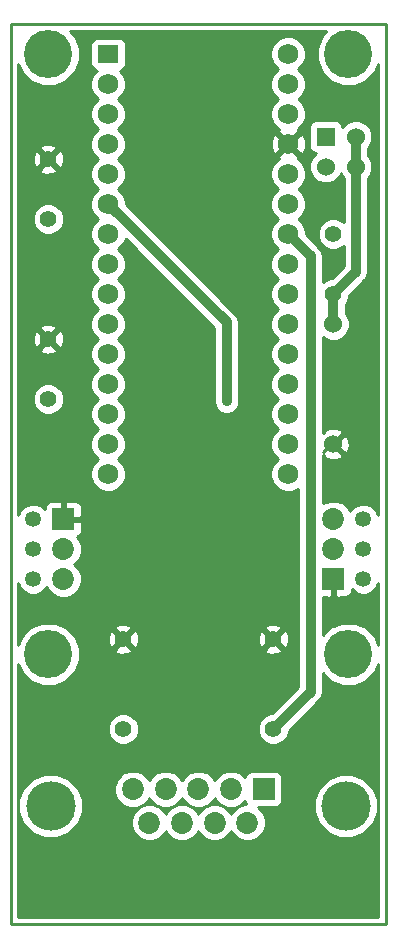
<source format=gtl>
G04 (created by PCBNEW-RS274X (2010-03-14)-final) date Tue 08 Feb 2011 03:21:09 PM PST*
G01*
G70*
G90*
%MOIN*%
G04 Gerber Fmt 3.4, Leading zero omitted, Abs format*
%FSLAX34Y34*%
G04 APERTURE LIST*
%ADD10C,0.006000*%
%ADD11C,0.009000*%
%ADD12C,0.073000*%
%ADD13R,0.073000X0.073000*%
%ADD14C,0.053000*%
%ADD15C,0.165000*%
%ADD16C,0.055000*%
%ADD17R,0.060000X0.060000*%
%ADD18C,0.060000*%
%ADD19R,0.069000X0.060000*%
%ADD20C,0.069000*%
%ADD21C,0.160000*%
%ADD22C,0.035000*%
%ADD23C,0.032000*%
%ADD24C,0.010000*%
G04 APERTURE END LIST*
G54D10*
G54D11*
X59250Y-25000D02*
X46750Y-25000D01*
X59250Y-55000D02*
X59250Y-25000D01*
X46750Y-55000D02*
X59250Y-55000D01*
X46750Y-25000D02*
X46750Y-55000D01*
G54D12*
X48500Y-42500D03*
X48500Y-43500D03*
G54D13*
X48500Y-41500D03*
G54D14*
X47500Y-41500D03*
X47500Y-42500D03*
X47500Y-43500D03*
G54D12*
X57500Y-42500D03*
X57500Y-41500D03*
G54D13*
X57500Y-43500D03*
G54D14*
X58500Y-43500D03*
X58500Y-42500D03*
X58500Y-41500D03*
G54D12*
X53000Y-50500D03*
X51910Y-50500D03*
X50820Y-50500D03*
X54090Y-50500D03*
G54D13*
X55180Y-50500D03*
G54D12*
X54635Y-51620D03*
X53545Y-51620D03*
X52455Y-51620D03*
X51365Y-51620D03*
G54D15*
X48080Y-51060D03*
X57920Y-51060D03*
G54D16*
X57500Y-34000D03*
X57500Y-32000D03*
G54D17*
X57250Y-28750D03*
G54D18*
X58250Y-28750D03*
X57250Y-29750D03*
X58250Y-29750D03*
G54D16*
X48000Y-29500D03*
X48000Y-31500D03*
X48000Y-35500D03*
X48000Y-37500D03*
X55500Y-45500D03*
X55500Y-48500D03*
X50500Y-45500D03*
X50500Y-48500D03*
G54D18*
X57500Y-35000D03*
X57500Y-39000D03*
G54D19*
X50000Y-26000D03*
G54D20*
X50000Y-27000D03*
X50000Y-28000D03*
X50000Y-29000D03*
X50000Y-30000D03*
X50000Y-31000D03*
X50000Y-32000D03*
X50000Y-33000D03*
X50000Y-34000D03*
X50000Y-35000D03*
X50000Y-36000D03*
X50000Y-37000D03*
X50000Y-38000D03*
X50000Y-39000D03*
X50000Y-40000D03*
X56000Y-40000D03*
X56000Y-39000D03*
X56000Y-38000D03*
X56000Y-37000D03*
X56000Y-36000D03*
X56000Y-35000D03*
X56000Y-34000D03*
X56000Y-33000D03*
X56000Y-32000D03*
X56000Y-31000D03*
X56000Y-30000D03*
X56000Y-29000D03*
X56000Y-28000D03*
X56000Y-27000D03*
X56000Y-26000D03*
G54D21*
X58000Y-46000D03*
X48000Y-46000D03*
X58000Y-26000D03*
X48000Y-26000D03*
G54D22*
X53947Y-37557D03*
G54D23*
X53947Y-34947D02*
X53947Y-37557D01*
X50000Y-31000D02*
X53947Y-34947D01*
X56747Y-47253D02*
X55500Y-48500D01*
X56747Y-32747D02*
X56747Y-47253D01*
X56000Y-32000D02*
X56747Y-32747D01*
X57500Y-35000D02*
X57500Y-34000D01*
X58250Y-28750D02*
X58250Y-29750D01*
X58250Y-33250D02*
X57500Y-34000D01*
X58250Y-29750D02*
X58250Y-33250D01*
G54D24*
X48729Y-25245D02*
X57270Y-25245D01*
X48809Y-25325D02*
X57190Y-25325D01*
X48889Y-25405D02*
X57110Y-25405D01*
X48923Y-25485D02*
X49524Y-25485D01*
X50477Y-25485D02*
X55691Y-25485D01*
X56309Y-25485D02*
X57077Y-25485D01*
X48956Y-25565D02*
X49442Y-25565D01*
X50559Y-25565D02*
X55595Y-25565D01*
X56405Y-25565D02*
X57044Y-25565D01*
X48990Y-25645D02*
X49409Y-25645D01*
X50592Y-25645D02*
X55515Y-25645D01*
X56485Y-25645D02*
X57011Y-25645D01*
X49023Y-25725D02*
X49406Y-25725D01*
X50594Y-25725D02*
X55472Y-25725D01*
X56530Y-25725D02*
X56978Y-25725D01*
X49050Y-25805D02*
X49406Y-25805D01*
X50594Y-25805D02*
X55438Y-25805D01*
X56563Y-25805D02*
X56950Y-25805D01*
X49050Y-25885D02*
X49406Y-25885D01*
X50594Y-25885D02*
X55406Y-25885D01*
X56594Y-25885D02*
X56950Y-25885D01*
X49050Y-25965D02*
X49406Y-25965D01*
X50594Y-25965D02*
X55406Y-25965D01*
X56594Y-25965D02*
X56950Y-25965D01*
X49050Y-26045D02*
X49406Y-26045D01*
X50594Y-26045D02*
X55406Y-26045D01*
X56594Y-26045D02*
X56950Y-26045D01*
X49050Y-26125D02*
X49406Y-26125D01*
X50594Y-26125D02*
X55408Y-26125D01*
X56591Y-26125D02*
X56950Y-26125D01*
X49050Y-26205D02*
X49406Y-26205D01*
X50594Y-26205D02*
X55441Y-26205D01*
X56557Y-26205D02*
X56950Y-26205D01*
X49018Y-26285D02*
X49406Y-26285D01*
X50594Y-26285D02*
X55474Y-26285D01*
X56524Y-26285D02*
X56981Y-26285D01*
X46995Y-26365D02*
X47015Y-26365D01*
X48985Y-26365D02*
X49412Y-26365D01*
X50587Y-26365D02*
X55525Y-26365D01*
X56474Y-26365D02*
X57015Y-26365D01*
X58985Y-26365D02*
X59005Y-26365D01*
X46995Y-26445D02*
X47048Y-26445D01*
X48952Y-26445D02*
X49448Y-26445D01*
X50552Y-26445D02*
X55605Y-26445D01*
X56393Y-26445D02*
X57048Y-26445D01*
X58952Y-26445D02*
X59005Y-26445D01*
X46995Y-26525D02*
X47081Y-26525D01*
X48919Y-26525D02*
X49547Y-26525D01*
X50452Y-26525D02*
X55635Y-26525D01*
X56365Y-26525D02*
X57081Y-26525D01*
X58919Y-26525D02*
X59005Y-26525D01*
X46995Y-26605D02*
X47120Y-26605D01*
X48879Y-26605D02*
X49555Y-26605D01*
X50445Y-26605D02*
X55555Y-26605D01*
X56445Y-26605D02*
X57120Y-26605D01*
X58879Y-26605D02*
X59005Y-26605D01*
X46995Y-26685D02*
X47200Y-26685D01*
X48799Y-26685D02*
X49488Y-26685D01*
X50513Y-26685D02*
X55488Y-26685D01*
X56513Y-26685D02*
X57200Y-26685D01*
X58799Y-26685D02*
X59005Y-26685D01*
X46995Y-26765D02*
X47280Y-26765D01*
X48719Y-26765D02*
X49455Y-26765D01*
X50546Y-26765D02*
X55455Y-26765D01*
X56546Y-26765D02*
X57280Y-26765D01*
X58719Y-26765D02*
X59005Y-26765D01*
X46995Y-26845D02*
X47360Y-26845D01*
X48639Y-26845D02*
X49422Y-26845D01*
X50579Y-26845D02*
X55422Y-26845D01*
X56579Y-26845D02*
X57360Y-26845D01*
X58639Y-26845D02*
X59005Y-26845D01*
X46995Y-26925D02*
X47489Y-26925D01*
X48509Y-26925D02*
X49406Y-26925D01*
X50594Y-26925D02*
X55406Y-26925D01*
X56594Y-26925D02*
X57489Y-26925D01*
X58509Y-26925D02*
X59005Y-26925D01*
X46995Y-27005D02*
X47681Y-27005D01*
X48316Y-27005D02*
X49406Y-27005D01*
X50594Y-27005D02*
X55406Y-27005D01*
X56594Y-27005D02*
X57681Y-27005D01*
X58316Y-27005D02*
X59005Y-27005D01*
X46995Y-27085D02*
X49406Y-27085D01*
X50594Y-27085D02*
X55406Y-27085D01*
X56594Y-27085D02*
X59005Y-27085D01*
X46995Y-27165D02*
X49425Y-27165D01*
X50574Y-27165D02*
X55425Y-27165D01*
X56574Y-27165D02*
X59005Y-27165D01*
X46995Y-27245D02*
X49458Y-27245D01*
X50541Y-27245D02*
X55458Y-27245D01*
X56541Y-27245D02*
X59005Y-27245D01*
X46995Y-27325D02*
X49491Y-27325D01*
X50507Y-27325D02*
X55491Y-27325D01*
X56507Y-27325D02*
X59005Y-27325D01*
X46995Y-27405D02*
X49565Y-27405D01*
X50434Y-27405D02*
X55565Y-27405D01*
X56434Y-27405D02*
X59005Y-27405D01*
X46995Y-27485D02*
X49645Y-27485D01*
X50353Y-27485D02*
X55645Y-27485D01*
X56354Y-27485D02*
X59005Y-27485D01*
X46995Y-27565D02*
X49595Y-27565D01*
X50405Y-27565D02*
X55595Y-27565D01*
X56406Y-27565D02*
X59005Y-27565D01*
X46995Y-27645D02*
X49515Y-27645D01*
X50485Y-27645D02*
X55515Y-27645D01*
X56486Y-27645D02*
X59005Y-27645D01*
X46995Y-27725D02*
X49472Y-27725D01*
X50530Y-27725D02*
X55472Y-27725D01*
X56530Y-27725D02*
X59005Y-27725D01*
X46995Y-27805D02*
X49438Y-27805D01*
X50563Y-27805D02*
X55438Y-27805D01*
X56563Y-27805D02*
X59005Y-27805D01*
X46995Y-27885D02*
X49406Y-27885D01*
X50594Y-27885D02*
X55406Y-27885D01*
X56594Y-27885D02*
X59005Y-27885D01*
X46995Y-27965D02*
X49406Y-27965D01*
X50594Y-27965D02*
X55406Y-27965D01*
X56594Y-27965D02*
X59005Y-27965D01*
X46995Y-28045D02*
X49406Y-28045D01*
X50594Y-28045D02*
X55406Y-28045D01*
X56594Y-28045D02*
X59005Y-28045D01*
X46995Y-28125D02*
X49408Y-28125D01*
X50591Y-28125D02*
X55408Y-28125D01*
X56591Y-28125D02*
X59005Y-28125D01*
X46995Y-28205D02*
X49441Y-28205D01*
X50557Y-28205D02*
X55441Y-28205D01*
X56557Y-28205D02*
X56892Y-28205D01*
X57610Y-28205D02*
X58132Y-28205D01*
X58369Y-28205D02*
X59005Y-28205D01*
X46995Y-28285D02*
X49474Y-28285D01*
X50524Y-28285D02*
X55474Y-28285D01*
X56524Y-28285D02*
X56763Y-28285D01*
X57737Y-28285D02*
X57939Y-28285D01*
X58561Y-28285D02*
X59005Y-28285D01*
X46995Y-28365D02*
X49525Y-28365D01*
X50474Y-28365D02*
X55525Y-28365D01*
X56475Y-28365D02*
X56716Y-28365D01*
X57785Y-28365D02*
X57859Y-28365D01*
X58641Y-28365D02*
X59005Y-28365D01*
X46995Y-28445D02*
X49605Y-28445D01*
X50394Y-28445D02*
X55605Y-28445D01*
X56395Y-28445D02*
X56701Y-28445D01*
X58718Y-28445D02*
X59005Y-28445D01*
X46995Y-28525D02*
X49635Y-28525D01*
X50365Y-28525D02*
X55681Y-28525D01*
X56319Y-28525D02*
X56701Y-28525D01*
X58751Y-28525D02*
X59005Y-28525D01*
X46995Y-28605D02*
X49555Y-28605D01*
X50445Y-28605D02*
X55676Y-28605D01*
X56324Y-28605D02*
X56701Y-28605D01*
X58785Y-28605D02*
X59005Y-28605D01*
X46995Y-28685D02*
X49488Y-28685D01*
X50513Y-28685D02*
X55515Y-28685D01*
X55614Y-28685D02*
X55756Y-28685D01*
X56244Y-28685D02*
X56386Y-28685D01*
X56486Y-28685D02*
X56701Y-28685D01*
X58799Y-28685D02*
X59005Y-28685D01*
X46995Y-28765D02*
X49455Y-28765D01*
X50546Y-28765D02*
X55466Y-28765D01*
X55694Y-28765D02*
X55836Y-28765D01*
X56164Y-28765D02*
X56306Y-28765D01*
X56539Y-28765D02*
X56701Y-28765D01*
X58799Y-28765D02*
X59005Y-28765D01*
X46995Y-28845D02*
X49422Y-28845D01*
X50579Y-28845D02*
X55436Y-28845D01*
X55774Y-28845D02*
X55916Y-28845D01*
X56084Y-28845D02*
X56226Y-28845D01*
X56573Y-28845D02*
X56701Y-28845D01*
X58799Y-28845D02*
X59005Y-28845D01*
X46995Y-28925D02*
X49406Y-28925D01*
X50594Y-28925D02*
X55412Y-28925D01*
X55854Y-28925D02*
X55996Y-28925D01*
X56004Y-28925D02*
X56146Y-28925D01*
X56581Y-28925D02*
X56701Y-28925D01*
X58771Y-28925D02*
X59005Y-28925D01*
X46995Y-29005D02*
X47839Y-29005D01*
X48144Y-29005D02*
X49406Y-29005D01*
X50594Y-29005D02*
X55416Y-29005D01*
X55924Y-29005D02*
X56076Y-29005D01*
X56585Y-29005D02*
X56701Y-29005D01*
X58738Y-29005D02*
X59005Y-29005D01*
X46995Y-29085D02*
X47724Y-29085D01*
X48277Y-29085D02*
X49406Y-29085D01*
X50594Y-29085D02*
X55419Y-29085D01*
X55844Y-29085D02*
X55986Y-29085D01*
X56014Y-29085D02*
X56156Y-29085D01*
X56588Y-29085D02*
X56701Y-29085D01*
X58691Y-29085D02*
X59005Y-29085D01*
X46995Y-29165D02*
X47736Y-29165D01*
X48264Y-29165D02*
X49425Y-29165D01*
X50574Y-29165D02*
X55431Y-29165D01*
X55764Y-29165D02*
X55906Y-29165D01*
X56094Y-29165D02*
X56236Y-29165D01*
X56560Y-29165D02*
X56728Y-29165D01*
X58660Y-29165D02*
X59005Y-29165D01*
X46995Y-29245D02*
X47544Y-29245D01*
X47674Y-29245D02*
X47816Y-29245D01*
X48184Y-29245D02*
X48326Y-29245D01*
X48457Y-29245D02*
X49458Y-29245D01*
X50541Y-29245D02*
X55465Y-29245D01*
X55684Y-29245D02*
X55826Y-29245D01*
X56174Y-29245D02*
X56316Y-29245D01*
X56531Y-29245D02*
X56793Y-29245D01*
X58660Y-29245D02*
X59005Y-29245D01*
X46995Y-29325D02*
X47517Y-29325D01*
X47754Y-29325D02*
X47896Y-29325D01*
X48104Y-29325D02*
X48246Y-29325D01*
X48490Y-29325D02*
X49491Y-29325D01*
X50507Y-29325D02*
X55545Y-29325D01*
X55604Y-29325D02*
X55746Y-29325D01*
X56254Y-29325D02*
X56396Y-29325D01*
X56454Y-29325D02*
X56899Y-29325D01*
X58660Y-29325D02*
X59005Y-29325D01*
X46995Y-29405D02*
X47489Y-29405D01*
X47834Y-29405D02*
X47976Y-29405D01*
X48024Y-29405D02*
X48166Y-29405D01*
X48510Y-29405D02*
X49565Y-29405D01*
X50434Y-29405D02*
X55666Y-29405D01*
X56334Y-29405D02*
X56819Y-29405D01*
X58681Y-29405D02*
X59005Y-29405D01*
X46995Y-29485D02*
X47484Y-29485D01*
X47914Y-29485D02*
X48086Y-29485D01*
X48515Y-29485D02*
X49645Y-29485D01*
X50354Y-29485D02*
X55684Y-29485D01*
X56314Y-29485D02*
X56766Y-29485D01*
X58735Y-29485D02*
X59005Y-29485D01*
X46995Y-29565D02*
X47488Y-29565D01*
X47864Y-29565D02*
X48136Y-29565D01*
X48519Y-29565D02*
X49595Y-29565D01*
X50405Y-29565D02*
X55595Y-29565D01*
X56405Y-29565D02*
X56733Y-29565D01*
X58768Y-29565D02*
X59005Y-29565D01*
X46995Y-29645D02*
X47498Y-29645D01*
X47784Y-29645D02*
X47926Y-29645D01*
X48074Y-29645D02*
X48216Y-29645D01*
X48494Y-29645D02*
X49515Y-29645D01*
X50485Y-29645D02*
X55515Y-29645D01*
X56485Y-29645D02*
X56701Y-29645D01*
X58799Y-29645D02*
X59005Y-29645D01*
X46995Y-29725D02*
X47530Y-29725D01*
X47704Y-29725D02*
X47846Y-29725D01*
X48154Y-29725D02*
X48296Y-29725D01*
X48466Y-29725D02*
X49472Y-29725D01*
X50530Y-29725D02*
X55472Y-29725D01*
X56530Y-29725D02*
X56701Y-29725D01*
X58799Y-29725D02*
X59005Y-29725D01*
X46995Y-29805D02*
X47766Y-29805D01*
X48234Y-29805D02*
X49438Y-29805D01*
X50563Y-29805D02*
X55438Y-29805D01*
X56563Y-29805D02*
X56701Y-29805D01*
X58799Y-29805D02*
X59005Y-29805D01*
X46995Y-29885D02*
X47716Y-29885D01*
X48283Y-29885D02*
X49406Y-29885D01*
X50594Y-29885D02*
X55406Y-29885D01*
X56594Y-29885D02*
X56711Y-29885D01*
X58788Y-29885D02*
X59005Y-29885D01*
X46995Y-29965D02*
X47770Y-29965D01*
X48235Y-29965D02*
X49406Y-29965D01*
X50594Y-29965D02*
X55406Y-29965D01*
X56594Y-29965D02*
X56745Y-29965D01*
X58754Y-29965D02*
X59005Y-29965D01*
X46995Y-30045D02*
X49406Y-30045D01*
X50594Y-30045D02*
X55406Y-30045D01*
X56594Y-30045D02*
X56778Y-30045D01*
X57721Y-30045D02*
X57778Y-30045D01*
X58721Y-30045D02*
X59005Y-30045D01*
X46995Y-30125D02*
X49408Y-30125D01*
X50591Y-30125D02*
X55408Y-30125D01*
X56591Y-30125D02*
X56849Y-30125D01*
X57651Y-30125D02*
X57840Y-30125D01*
X58660Y-30125D02*
X59005Y-30125D01*
X46995Y-30205D02*
X49441Y-30205D01*
X50557Y-30205D02*
X55441Y-30205D01*
X56557Y-30205D02*
X56929Y-30205D01*
X57571Y-30205D02*
X57840Y-30205D01*
X58660Y-30205D02*
X59005Y-30205D01*
X46995Y-30285D02*
X49474Y-30285D01*
X50524Y-30285D02*
X55474Y-30285D01*
X56524Y-30285D02*
X57107Y-30285D01*
X57392Y-30285D02*
X57840Y-30285D01*
X58660Y-30285D02*
X59005Y-30285D01*
X46995Y-30365D02*
X49524Y-30365D01*
X50474Y-30365D02*
X55525Y-30365D01*
X56475Y-30365D02*
X57840Y-30365D01*
X58660Y-30365D02*
X59005Y-30365D01*
X46995Y-30445D02*
X49604Y-30445D01*
X50394Y-30445D02*
X55605Y-30445D01*
X56395Y-30445D02*
X57840Y-30445D01*
X58660Y-30445D02*
X59005Y-30445D01*
X46995Y-30525D02*
X49635Y-30525D01*
X50365Y-30525D02*
X55635Y-30525D01*
X56365Y-30525D02*
X57840Y-30525D01*
X58660Y-30525D02*
X59005Y-30525D01*
X46995Y-30605D02*
X49555Y-30605D01*
X50445Y-30605D02*
X55555Y-30605D01*
X56445Y-30605D02*
X57840Y-30605D01*
X58660Y-30605D02*
X59005Y-30605D01*
X46995Y-30685D02*
X49488Y-30685D01*
X50513Y-30685D02*
X55488Y-30685D01*
X56513Y-30685D02*
X57840Y-30685D01*
X58660Y-30685D02*
X59005Y-30685D01*
X46995Y-30765D02*
X49455Y-30765D01*
X50546Y-30765D02*
X55455Y-30765D01*
X56546Y-30765D02*
X57840Y-30765D01*
X58660Y-30765D02*
X59005Y-30765D01*
X46995Y-30845D02*
X49422Y-30845D01*
X50579Y-30845D02*
X55422Y-30845D01*
X56579Y-30845D02*
X57840Y-30845D01*
X58660Y-30845D02*
X59005Y-30845D01*
X46995Y-30925D02*
X49406Y-30925D01*
X50594Y-30925D02*
X55406Y-30925D01*
X56594Y-30925D02*
X57840Y-30925D01*
X58660Y-30925D02*
X59005Y-30925D01*
X46995Y-31005D02*
X47824Y-31005D01*
X48178Y-31005D02*
X49406Y-31005D01*
X50594Y-31005D02*
X55406Y-31005D01*
X56594Y-31005D02*
X57840Y-31005D01*
X58660Y-31005D02*
X59005Y-31005D01*
X46995Y-31085D02*
X47673Y-31085D01*
X48328Y-31085D02*
X49406Y-31085D01*
X50665Y-31085D02*
X55406Y-31085D01*
X56594Y-31085D02*
X57840Y-31085D01*
X58660Y-31085D02*
X59005Y-31085D01*
X46995Y-31165D02*
X47592Y-31165D01*
X48408Y-31165D02*
X49425Y-31165D01*
X50745Y-31165D02*
X55425Y-31165D01*
X56574Y-31165D02*
X57840Y-31165D01*
X58660Y-31165D02*
X59005Y-31165D01*
X46995Y-31245D02*
X47538Y-31245D01*
X48463Y-31245D02*
X49458Y-31245D01*
X50825Y-31245D02*
X55458Y-31245D01*
X56541Y-31245D02*
X57840Y-31245D01*
X58660Y-31245D02*
X59005Y-31245D01*
X46995Y-31325D02*
X47505Y-31325D01*
X48496Y-31325D02*
X49491Y-31325D01*
X50905Y-31325D02*
X55491Y-31325D01*
X56507Y-31325D02*
X57840Y-31325D01*
X58660Y-31325D02*
X59005Y-31325D01*
X46995Y-31405D02*
X47475Y-31405D01*
X48525Y-31405D02*
X49565Y-31405D01*
X50985Y-31405D02*
X55565Y-31405D01*
X56435Y-31405D02*
X57840Y-31405D01*
X58660Y-31405D02*
X59005Y-31405D01*
X46995Y-31485D02*
X47475Y-31485D01*
X48525Y-31485D02*
X49645Y-31485D01*
X51065Y-31485D02*
X55645Y-31485D01*
X56355Y-31485D02*
X57372Y-31485D01*
X57630Y-31485D02*
X57840Y-31485D01*
X58660Y-31485D02*
X59005Y-31485D01*
X46995Y-31565D02*
X47475Y-31565D01*
X48525Y-31565D02*
X49594Y-31565D01*
X51145Y-31565D02*
X55595Y-31565D01*
X56405Y-31565D02*
X57193Y-31565D01*
X57808Y-31565D02*
X57840Y-31565D01*
X58660Y-31565D02*
X59005Y-31565D01*
X46995Y-31645D02*
X47491Y-31645D01*
X48508Y-31645D02*
X49515Y-31645D01*
X51225Y-31645D02*
X55515Y-31645D01*
X56485Y-31645D02*
X57113Y-31645D01*
X58660Y-31645D02*
X59005Y-31645D01*
X46995Y-31725D02*
X47525Y-31725D01*
X48475Y-31725D02*
X49472Y-31725D01*
X51305Y-31725D02*
X55472Y-31725D01*
X56530Y-31725D02*
X57046Y-31725D01*
X58660Y-31725D02*
X59005Y-31725D01*
X46995Y-31805D02*
X47562Y-31805D01*
X48437Y-31805D02*
X49438Y-31805D01*
X51385Y-31805D02*
X55438Y-31805D01*
X56563Y-31805D02*
X57013Y-31805D01*
X58660Y-31805D02*
X59005Y-31805D01*
X46995Y-31885D02*
X47642Y-31885D01*
X48357Y-31885D02*
X49406Y-31885D01*
X51465Y-31885D02*
X55406Y-31885D01*
X56594Y-31885D02*
X56980Y-31885D01*
X58660Y-31885D02*
X59005Y-31885D01*
X46995Y-31965D02*
X47750Y-31965D01*
X48248Y-31965D02*
X49406Y-31965D01*
X51545Y-31965D02*
X55406Y-31965D01*
X56594Y-31965D02*
X56975Y-31965D01*
X58660Y-31965D02*
X59005Y-31965D01*
X46995Y-32045D02*
X49406Y-32045D01*
X51625Y-32045D02*
X55406Y-32045D01*
X56625Y-32045D02*
X56975Y-32045D01*
X58660Y-32045D02*
X59005Y-32045D01*
X46995Y-32125D02*
X49408Y-32125D01*
X51705Y-32125D02*
X55408Y-32125D01*
X56705Y-32125D02*
X56983Y-32125D01*
X58660Y-32125D02*
X59005Y-32125D01*
X46995Y-32205D02*
X49441Y-32205D01*
X50557Y-32205D02*
X50625Y-32205D01*
X51785Y-32205D02*
X55441Y-32205D01*
X56785Y-32205D02*
X57016Y-32205D01*
X58660Y-32205D02*
X59005Y-32205D01*
X46995Y-32285D02*
X49474Y-32285D01*
X50524Y-32285D02*
X50705Y-32285D01*
X51865Y-32285D02*
X55474Y-32285D01*
X56865Y-32285D02*
X57050Y-32285D01*
X58660Y-32285D02*
X59005Y-32285D01*
X46995Y-32365D02*
X49525Y-32365D01*
X50474Y-32365D02*
X50785Y-32365D01*
X51945Y-32365D02*
X55525Y-32365D01*
X56945Y-32365D02*
X57122Y-32365D01*
X58660Y-32365D02*
X59005Y-32365D01*
X46995Y-32445D02*
X49605Y-32445D01*
X50393Y-32445D02*
X50865Y-32445D01*
X52025Y-32445D02*
X55605Y-32445D01*
X57025Y-32445D02*
X57202Y-32445D01*
X57797Y-32445D02*
X57840Y-32445D01*
X58660Y-32445D02*
X59005Y-32445D01*
X46995Y-32525D02*
X49635Y-32525D01*
X50365Y-32525D02*
X50945Y-32525D01*
X52105Y-32525D02*
X55635Y-32525D01*
X57083Y-32525D02*
X57840Y-32525D01*
X58660Y-32525D02*
X59005Y-32525D01*
X46995Y-32605D02*
X49555Y-32605D01*
X50445Y-32605D02*
X51025Y-32605D01*
X52185Y-32605D02*
X55555Y-32605D01*
X57129Y-32605D02*
X57840Y-32605D01*
X58660Y-32605D02*
X59005Y-32605D01*
X46995Y-32685D02*
X49488Y-32685D01*
X50513Y-32685D02*
X51105Y-32685D01*
X52265Y-32685D02*
X55488Y-32685D01*
X57145Y-32685D02*
X57840Y-32685D01*
X58660Y-32685D02*
X59005Y-32685D01*
X46995Y-32765D02*
X49455Y-32765D01*
X50546Y-32765D02*
X51185Y-32765D01*
X52345Y-32765D02*
X55455Y-32765D01*
X57157Y-32765D02*
X57840Y-32765D01*
X58660Y-32765D02*
X59005Y-32765D01*
X46995Y-32845D02*
X49422Y-32845D01*
X50579Y-32845D02*
X51265Y-32845D01*
X52425Y-32845D02*
X55422Y-32845D01*
X57157Y-32845D02*
X57840Y-32845D01*
X58660Y-32845D02*
X59005Y-32845D01*
X46995Y-32925D02*
X49406Y-32925D01*
X50594Y-32925D02*
X51345Y-32925D01*
X52505Y-32925D02*
X55406Y-32925D01*
X57157Y-32925D02*
X57840Y-32925D01*
X58660Y-32925D02*
X59005Y-32925D01*
X46995Y-33005D02*
X49406Y-33005D01*
X50594Y-33005D02*
X51425Y-33005D01*
X52585Y-33005D02*
X55406Y-33005D01*
X57157Y-33005D02*
X57840Y-33005D01*
X58660Y-33005D02*
X59005Y-33005D01*
X46995Y-33085D02*
X49406Y-33085D01*
X50594Y-33085D02*
X51505Y-33085D01*
X52665Y-33085D02*
X55406Y-33085D01*
X57157Y-33085D02*
X57835Y-33085D01*
X58660Y-33085D02*
X59005Y-33085D01*
X46995Y-33165D02*
X49425Y-33165D01*
X50574Y-33165D02*
X51585Y-33165D01*
X52745Y-33165D02*
X55425Y-33165D01*
X57157Y-33165D02*
X57755Y-33165D01*
X58660Y-33165D02*
X59005Y-33165D01*
X46995Y-33245D02*
X49458Y-33245D01*
X50541Y-33245D02*
X51665Y-33245D01*
X52825Y-33245D02*
X55458Y-33245D01*
X57157Y-33245D02*
X57675Y-33245D01*
X58660Y-33245D02*
X59005Y-33245D01*
X46995Y-33325D02*
X49491Y-33325D01*
X50507Y-33325D02*
X51745Y-33325D01*
X52905Y-33325D02*
X55491Y-33325D01*
X57157Y-33325D02*
X57595Y-33325D01*
X58645Y-33325D02*
X59005Y-33325D01*
X46995Y-33405D02*
X49564Y-33405D01*
X50434Y-33405D02*
X51825Y-33405D01*
X52985Y-33405D02*
X55565Y-33405D01*
X57157Y-33405D02*
X57515Y-33405D01*
X58629Y-33405D02*
X59005Y-33405D01*
X46995Y-33485D02*
X49644Y-33485D01*
X50354Y-33485D02*
X51905Y-33485D01*
X53065Y-33485D02*
X55645Y-33485D01*
X57157Y-33485D02*
X57372Y-33485D01*
X58576Y-33485D02*
X59005Y-33485D01*
X46995Y-33565D02*
X49595Y-33565D01*
X50405Y-33565D02*
X51985Y-33565D01*
X53145Y-33565D02*
X55595Y-33565D01*
X57157Y-33565D02*
X57193Y-33565D01*
X58513Y-33565D02*
X59005Y-33565D01*
X46995Y-33645D02*
X49515Y-33645D01*
X50485Y-33645D02*
X52065Y-33645D01*
X53225Y-33645D02*
X55515Y-33645D01*
X58433Y-33645D02*
X59005Y-33645D01*
X46995Y-33725D02*
X49472Y-33725D01*
X50530Y-33725D02*
X52145Y-33725D01*
X53305Y-33725D02*
X55472Y-33725D01*
X58353Y-33725D02*
X59005Y-33725D01*
X46995Y-33805D02*
X49438Y-33805D01*
X50563Y-33805D02*
X52225Y-33805D01*
X53385Y-33805D02*
X55438Y-33805D01*
X58273Y-33805D02*
X59005Y-33805D01*
X46995Y-33885D02*
X49406Y-33885D01*
X50594Y-33885D02*
X52305Y-33885D01*
X53465Y-33885D02*
X55406Y-33885D01*
X58193Y-33885D02*
X59005Y-33885D01*
X46995Y-33965D02*
X49406Y-33965D01*
X50594Y-33965D02*
X52385Y-33965D01*
X53545Y-33965D02*
X55406Y-33965D01*
X58113Y-33965D02*
X59005Y-33965D01*
X46995Y-34045D02*
X49406Y-34045D01*
X50594Y-34045D02*
X52465Y-34045D01*
X53625Y-34045D02*
X55406Y-34045D01*
X58033Y-34045D02*
X59005Y-34045D01*
X46995Y-34125D02*
X49408Y-34125D01*
X50591Y-34125D02*
X52545Y-34125D01*
X53705Y-34125D02*
X55408Y-34125D01*
X58016Y-34125D02*
X59005Y-34125D01*
X46995Y-34205D02*
X49441Y-34205D01*
X50557Y-34205D02*
X52625Y-34205D01*
X53785Y-34205D02*
X55441Y-34205D01*
X57983Y-34205D02*
X59005Y-34205D01*
X46995Y-34285D02*
X49474Y-34285D01*
X50524Y-34285D02*
X52705Y-34285D01*
X53865Y-34285D02*
X55474Y-34285D01*
X57950Y-34285D02*
X59005Y-34285D01*
X46995Y-34365D02*
X49524Y-34365D01*
X50474Y-34365D02*
X52785Y-34365D01*
X53945Y-34365D02*
X55525Y-34365D01*
X57910Y-34365D02*
X59005Y-34365D01*
X46995Y-34445D02*
X49604Y-34445D01*
X50394Y-34445D02*
X52865Y-34445D01*
X54025Y-34445D02*
X55605Y-34445D01*
X57910Y-34445D02*
X59005Y-34445D01*
X46995Y-34525D02*
X49635Y-34525D01*
X50365Y-34525D02*
X52945Y-34525D01*
X54105Y-34525D02*
X55635Y-34525D01*
X57910Y-34525D02*
X59005Y-34525D01*
X46995Y-34605D02*
X49555Y-34605D01*
X50445Y-34605D02*
X53025Y-34605D01*
X54185Y-34605D02*
X55555Y-34605D01*
X57910Y-34605D02*
X59005Y-34605D01*
X46995Y-34685D02*
X49488Y-34685D01*
X50513Y-34685D02*
X53105Y-34685D01*
X54256Y-34685D02*
X55488Y-34685D01*
X57961Y-34685D02*
X59005Y-34685D01*
X46995Y-34765D02*
X49455Y-34765D01*
X50546Y-34765D02*
X53185Y-34765D01*
X54310Y-34765D02*
X55455Y-34765D01*
X57997Y-34765D02*
X59005Y-34765D01*
X46995Y-34845D02*
X49422Y-34845D01*
X50579Y-34845D02*
X53265Y-34845D01*
X54337Y-34845D02*
X55422Y-34845D01*
X58030Y-34845D02*
X59005Y-34845D01*
X46995Y-34925D02*
X49406Y-34925D01*
X50594Y-34925D02*
X53345Y-34925D01*
X54353Y-34925D02*
X55406Y-34925D01*
X58049Y-34925D02*
X59005Y-34925D01*
X46995Y-35005D02*
X47839Y-35005D01*
X48144Y-35005D02*
X49406Y-35005D01*
X50594Y-35005D02*
X53425Y-35005D01*
X54357Y-35005D02*
X55406Y-35005D01*
X58049Y-35005D02*
X59005Y-35005D01*
X46995Y-35085D02*
X47724Y-35085D01*
X48277Y-35085D02*
X49406Y-35085D01*
X50594Y-35085D02*
X53505Y-35085D01*
X54357Y-35085D02*
X55406Y-35085D01*
X58049Y-35085D02*
X59005Y-35085D01*
X46995Y-35165D02*
X47736Y-35165D01*
X48264Y-35165D02*
X49425Y-35165D01*
X50574Y-35165D02*
X53537Y-35165D01*
X54357Y-35165D02*
X55425Y-35165D01*
X58025Y-35165D02*
X59005Y-35165D01*
X46995Y-35245D02*
X47544Y-35245D01*
X47674Y-35245D02*
X47816Y-35245D01*
X48184Y-35245D02*
X48326Y-35245D01*
X48457Y-35245D02*
X49458Y-35245D01*
X50541Y-35245D02*
X53537Y-35245D01*
X54357Y-35245D02*
X55458Y-35245D01*
X57992Y-35245D02*
X59005Y-35245D01*
X46995Y-35325D02*
X47517Y-35325D01*
X47754Y-35325D02*
X47896Y-35325D01*
X48104Y-35325D02*
X48246Y-35325D01*
X48490Y-35325D02*
X49491Y-35325D01*
X50507Y-35325D02*
X53537Y-35325D01*
X54357Y-35325D02*
X55491Y-35325D01*
X57951Y-35325D02*
X59005Y-35325D01*
X46995Y-35405D02*
X47489Y-35405D01*
X47834Y-35405D02*
X47976Y-35405D01*
X48024Y-35405D02*
X48166Y-35405D01*
X48510Y-35405D02*
X49564Y-35405D01*
X50434Y-35405D02*
X53537Y-35405D01*
X54357Y-35405D02*
X55565Y-35405D01*
X57871Y-35405D02*
X59005Y-35405D01*
X46995Y-35485D02*
X47484Y-35485D01*
X47914Y-35485D02*
X48086Y-35485D01*
X48515Y-35485D02*
X49644Y-35485D01*
X50354Y-35485D02*
X53537Y-35485D01*
X54357Y-35485D02*
X55645Y-35485D01*
X57157Y-35485D02*
X57237Y-35485D01*
X57762Y-35485D02*
X59005Y-35485D01*
X46995Y-35565D02*
X47488Y-35565D01*
X47864Y-35565D02*
X48136Y-35565D01*
X48519Y-35565D02*
X49595Y-35565D01*
X50405Y-35565D02*
X53537Y-35565D01*
X54357Y-35565D02*
X55595Y-35565D01*
X57157Y-35565D02*
X59005Y-35565D01*
X46995Y-35645D02*
X47498Y-35645D01*
X47784Y-35645D02*
X47926Y-35645D01*
X48074Y-35645D02*
X48216Y-35645D01*
X48494Y-35645D02*
X49515Y-35645D01*
X50485Y-35645D02*
X53537Y-35645D01*
X54357Y-35645D02*
X55515Y-35645D01*
X57157Y-35645D02*
X59005Y-35645D01*
X46995Y-35725D02*
X47530Y-35725D01*
X47704Y-35725D02*
X47846Y-35725D01*
X48154Y-35725D02*
X48296Y-35725D01*
X48466Y-35725D02*
X49472Y-35725D01*
X50530Y-35725D02*
X53537Y-35725D01*
X54357Y-35725D02*
X55472Y-35725D01*
X57157Y-35725D02*
X59005Y-35725D01*
X46995Y-35805D02*
X47766Y-35805D01*
X48234Y-35805D02*
X49438Y-35805D01*
X50563Y-35805D02*
X53537Y-35805D01*
X54357Y-35805D02*
X55438Y-35805D01*
X57157Y-35805D02*
X59005Y-35805D01*
X46995Y-35885D02*
X47716Y-35885D01*
X48283Y-35885D02*
X49406Y-35885D01*
X50594Y-35885D02*
X53537Y-35885D01*
X54357Y-35885D02*
X55406Y-35885D01*
X57157Y-35885D02*
X59005Y-35885D01*
X46995Y-35965D02*
X47770Y-35965D01*
X48235Y-35965D02*
X49406Y-35965D01*
X50594Y-35965D02*
X53537Y-35965D01*
X54357Y-35965D02*
X55406Y-35965D01*
X57157Y-35965D02*
X59005Y-35965D01*
X46995Y-36045D02*
X49406Y-36045D01*
X50594Y-36045D02*
X53537Y-36045D01*
X54357Y-36045D02*
X55406Y-36045D01*
X57157Y-36045D02*
X59005Y-36045D01*
X46995Y-36125D02*
X49408Y-36125D01*
X50591Y-36125D02*
X53537Y-36125D01*
X54357Y-36125D02*
X55408Y-36125D01*
X57157Y-36125D02*
X59005Y-36125D01*
X46995Y-36205D02*
X49441Y-36205D01*
X50557Y-36205D02*
X53537Y-36205D01*
X54357Y-36205D02*
X55441Y-36205D01*
X57157Y-36205D02*
X59005Y-36205D01*
X46995Y-36285D02*
X49474Y-36285D01*
X50524Y-36285D02*
X53537Y-36285D01*
X54357Y-36285D02*
X55474Y-36285D01*
X57157Y-36285D02*
X59005Y-36285D01*
X46995Y-36365D02*
X49525Y-36365D01*
X50474Y-36365D02*
X53537Y-36365D01*
X54357Y-36365D02*
X55525Y-36365D01*
X57157Y-36365D02*
X59005Y-36365D01*
X46995Y-36445D02*
X49605Y-36445D01*
X50393Y-36445D02*
X53537Y-36445D01*
X54357Y-36445D02*
X55605Y-36445D01*
X57157Y-36445D02*
X59005Y-36445D01*
X46995Y-36525D02*
X49634Y-36525D01*
X50365Y-36525D02*
X53537Y-36525D01*
X54357Y-36525D02*
X55635Y-36525D01*
X57157Y-36525D02*
X59005Y-36525D01*
X46995Y-36605D02*
X49555Y-36605D01*
X50445Y-36605D02*
X53537Y-36605D01*
X54357Y-36605D02*
X55555Y-36605D01*
X57157Y-36605D02*
X59005Y-36605D01*
X46995Y-36685D02*
X49488Y-36685D01*
X50513Y-36685D02*
X53537Y-36685D01*
X54357Y-36685D02*
X55488Y-36685D01*
X57157Y-36685D02*
X59005Y-36685D01*
X46995Y-36765D02*
X49455Y-36765D01*
X50546Y-36765D02*
X53537Y-36765D01*
X54357Y-36765D02*
X55455Y-36765D01*
X57157Y-36765D02*
X59005Y-36765D01*
X46995Y-36845D02*
X49422Y-36845D01*
X50579Y-36845D02*
X53537Y-36845D01*
X54357Y-36845D02*
X55422Y-36845D01*
X57157Y-36845D02*
X59005Y-36845D01*
X46995Y-36925D02*
X49406Y-36925D01*
X50594Y-36925D02*
X53537Y-36925D01*
X54357Y-36925D02*
X55406Y-36925D01*
X57157Y-36925D02*
X59005Y-36925D01*
X46995Y-37005D02*
X47823Y-37005D01*
X48178Y-37005D02*
X49406Y-37005D01*
X50594Y-37005D02*
X53537Y-37005D01*
X54357Y-37005D02*
X55406Y-37005D01*
X57157Y-37005D02*
X59005Y-37005D01*
X46995Y-37085D02*
X47673Y-37085D01*
X48328Y-37085D02*
X49406Y-37085D01*
X50594Y-37085D02*
X53537Y-37085D01*
X54357Y-37085D02*
X55406Y-37085D01*
X57157Y-37085D02*
X59005Y-37085D01*
X46995Y-37165D02*
X47592Y-37165D01*
X48408Y-37165D02*
X49425Y-37165D01*
X50574Y-37165D02*
X53537Y-37165D01*
X54357Y-37165D02*
X55425Y-37165D01*
X57157Y-37165D02*
X59005Y-37165D01*
X46995Y-37245D02*
X47538Y-37245D01*
X48463Y-37245D02*
X49458Y-37245D01*
X50541Y-37245D02*
X53537Y-37245D01*
X54357Y-37245D02*
X55458Y-37245D01*
X57157Y-37245D02*
X59005Y-37245D01*
X46995Y-37325D02*
X47505Y-37325D01*
X48496Y-37325D02*
X49491Y-37325D01*
X50507Y-37325D02*
X53537Y-37325D01*
X54357Y-37325D02*
X55491Y-37325D01*
X57157Y-37325D02*
X59005Y-37325D01*
X46995Y-37405D02*
X47475Y-37405D01*
X48525Y-37405D02*
X49564Y-37405D01*
X50434Y-37405D02*
X53537Y-37405D01*
X54357Y-37405D02*
X55565Y-37405D01*
X57157Y-37405D02*
X59005Y-37405D01*
X46995Y-37485D02*
X47475Y-37485D01*
X48525Y-37485D02*
X49644Y-37485D01*
X50353Y-37485D02*
X53522Y-37485D01*
X54372Y-37485D02*
X55645Y-37485D01*
X57157Y-37485D02*
X59005Y-37485D01*
X46995Y-37565D02*
X47475Y-37565D01*
X48525Y-37565D02*
X49595Y-37565D01*
X50405Y-37565D02*
X53522Y-37565D01*
X54372Y-37565D02*
X55595Y-37565D01*
X57157Y-37565D02*
X59005Y-37565D01*
X46995Y-37645D02*
X47491Y-37645D01*
X48508Y-37645D02*
X49515Y-37645D01*
X50485Y-37645D02*
X53523Y-37645D01*
X54370Y-37645D02*
X55515Y-37645D01*
X57157Y-37645D02*
X59005Y-37645D01*
X46995Y-37725D02*
X47525Y-37725D01*
X48475Y-37725D02*
X49472Y-37725D01*
X50530Y-37725D02*
X53556Y-37725D01*
X54337Y-37725D02*
X55472Y-37725D01*
X57157Y-37725D02*
X59005Y-37725D01*
X46995Y-37805D02*
X47562Y-37805D01*
X48437Y-37805D02*
X49438Y-37805D01*
X50563Y-37805D02*
X53594Y-37805D01*
X54300Y-37805D02*
X55438Y-37805D01*
X57157Y-37805D02*
X59005Y-37805D01*
X46995Y-37885D02*
X47642Y-37885D01*
X48357Y-37885D02*
X49406Y-37885D01*
X50594Y-37885D02*
X53674Y-37885D01*
X54220Y-37885D02*
X55406Y-37885D01*
X57157Y-37885D02*
X59005Y-37885D01*
X46995Y-37965D02*
X47750Y-37965D01*
X48248Y-37965D02*
X49406Y-37965D01*
X50594Y-37965D02*
X53821Y-37965D01*
X54072Y-37965D02*
X55406Y-37965D01*
X57157Y-37965D02*
X59005Y-37965D01*
X46995Y-38045D02*
X49406Y-38045D01*
X50594Y-38045D02*
X55406Y-38045D01*
X57157Y-38045D02*
X59005Y-38045D01*
X46995Y-38125D02*
X49408Y-38125D01*
X50591Y-38125D02*
X55408Y-38125D01*
X57157Y-38125D02*
X59005Y-38125D01*
X46995Y-38205D02*
X49441Y-38205D01*
X50557Y-38205D02*
X55441Y-38205D01*
X57157Y-38205D02*
X59005Y-38205D01*
X46995Y-38285D02*
X49474Y-38285D01*
X50524Y-38285D02*
X55474Y-38285D01*
X57157Y-38285D02*
X59005Y-38285D01*
X46995Y-38365D02*
X49524Y-38365D01*
X50474Y-38365D02*
X55525Y-38365D01*
X57157Y-38365D02*
X59005Y-38365D01*
X46995Y-38445D02*
X49604Y-38445D01*
X50394Y-38445D02*
X55605Y-38445D01*
X57157Y-38445D02*
X59005Y-38445D01*
X46995Y-38525D02*
X49635Y-38525D01*
X50365Y-38525D02*
X55635Y-38525D01*
X57157Y-38525D02*
X57227Y-38525D01*
X57773Y-38525D02*
X59005Y-38525D01*
X46995Y-38605D02*
X49555Y-38605D01*
X50445Y-38605D02*
X55555Y-38605D01*
X57157Y-38605D02*
X57175Y-38605D01*
X57175Y-38605D02*
X57197Y-38605D01*
X57804Y-38605D02*
X59005Y-38605D01*
X46995Y-38685D02*
X49488Y-38685D01*
X50513Y-38685D02*
X55488Y-38685D01*
X57744Y-38685D02*
X59005Y-38685D01*
X46995Y-38765D02*
X49455Y-38765D01*
X50546Y-38765D02*
X55455Y-38765D01*
X57664Y-38765D02*
X57806Y-38765D01*
X57991Y-38765D02*
X59005Y-38765D01*
X46995Y-38845D02*
X49422Y-38845D01*
X50579Y-38845D02*
X55422Y-38845D01*
X57584Y-38845D02*
X57726Y-38845D01*
X58024Y-38845D02*
X59005Y-38845D01*
X46995Y-38925D02*
X49406Y-38925D01*
X50594Y-38925D02*
X55406Y-38925D01*
X57504Y-38925D02*
X57646Y-38925D01*
X58036Y-38925D02*
X59005Y-38925D01*
X46995Y-39005D02*
X49406Y-39005D01*
X50594Y-39005D02*
X55406Y-39005D01*
X57424Y-39005D02*
X57424Y-39005D01*
X57434Y-39005D02*
X57575Y-39005D01*
X58040Y-39005D02*
X59005Y-39005D01*
X46995Y-39085D02*
X49406Y-39085D01*
X50594Y-39085D02*
X55406Y-39085D01*
X57344Y-39085D02*
X57344Y-39085D01*
X57515Y-39085D02*
X57655Y-39085D01*
X58040Y-39085D02*
X59005Y-39085D01*
X46995Y-39165D02*
X49425Y-39165D01*
X50574Y-39165D02*
X55425Y-39165D01*
X57264Y-39165D02*
X57264Y-39165D01*
X57595Y-39165D02*
X57735Y-39165D01*
X58012Y-39165D02*
X59005Y-39165D01*
X46995Y-39245D02*
X49458Y-39245D01*
X50541Y-39245D02*
X55458Y-39245D01*
X57184Y-39245D02*
X57184Y-39245D01*
X57675Y-39245D02*
X57815Y-39245D01*
X57984Y-39245D02*
X59005Y-39245D01*
X46995Y-39325D02*
X49491Y-39325D01*
X50507Y-39325D02*
X55491Y-39325D01*
X57755Y-39325D02*
X59005Y-39325D01*
X46995Y-39405D02*
X49564Y-39405D01*
X50434Y-39405D02*
X55565Y-39405D01*
X57157Y-39405D02*
X57199Y-39405D01*
X57800Y-39405D02*
X59005Y-39405D01*
X46995Y-39485D02*
X49644Y-39485D01*
X50354Y-39485D02*
X55645Y-39485D01*
X57157Y-39485D02*
X57255Y-39485D01*
X57749Y-39485D02*
X59005Y-39485D01*
X46995Y-39565D02*
X49595Y-39565D01*
X50405Y-39565D02*
X55595Y-39565D01*
X57157Y-39565D02*
X59005Y-39565D01*
X46995Y-39645D02*
X49515Y-39645D01*
X50485Y-39645D02*
X55515Y-39645D01*
X57157Y-39645D02*
X59005Y-39645D01*
X46995Y-39725D02*
X49472Y-39725D01*
X50530Y-39725D02*
X55472Y-39725D01*
X57157Y-39725D02*
X59005Y-39725D01*
X46995Y-39805D02*
X49438Y-39805D01*
X50563Y-39805D02*
X55438Y-39805D01*
X57157Y-39805D02*
X59005Y-39805D01*
X46995Y-39885D02*
X49406Y-39885D01*
X50594Y-39885D02*
X55406Y-39885D01*
X57157Y-39885D02*
X59005Y-39885D01*
X46995Y-39965D02*
X49406Y-39965D01*
X50594Y-39965D02*
X55406Y-39965D01*
X57157Y-39965D02*
X59005Y-39965D01*
X46995Y-40045D02*
X49406Y-40045D01*
X50594Y-40045D02*
X55406Y-40045D01*
X57157Y-40045D02*
X59005Y-40045D01*
X46995Y-40125D02*
X49408Y-40125D01*
X50591Y-40125D02*
X55408Y-40125D01*
X57157Y-40125D02*
X59005Y-40125D01*
X46995Y-40205D02*
X49441Y-40205D01*
X50557Y-40205D02*
X55441Y-40205D01*
X57157Y-40205D02*
X59005Y-40205D01*
X46995Y-40285D02*
X49474Y-40285D01*
X50524Y-40285D02*
X55474Y-40285D01*
X57157Y-40285D02*
X59005Y-40285D01*
X46995Y-40365D02*
X49525Y-40365D01*
X50475Y-40365D02*
X55525Y-40365D01*
X57157Y-40365D02*
X59005Y-40365D01*
X46995Y-40445D02*
X49605Y-40445D01*
X50395Y-40445D02*
X55605Y-40445D01*
X57157Y-40445D02*
X59005Y-40445D01*
X46995Y-40525D02*
X49715Y-40525D01*
X50285Y-40525D02*
X55715Y-40525D01*
X56285Y-40525D02*
X56337Y-40525D01*
X57157Y-40525D02*
X59005Y-40525D01*
X46995Y-40605D02*
X56337Y-40605D01*
X57157Y-40605D02*
X59005Y-40605D01*
X46995Y-40685D02*
X56337Y-40685D01*
X57157Y-40685D02*
X59005Y-40685D01*
X46995Y-40765D02*
X56337Y-40765D01*
X57157Y-40765D02*
X59005Y-40765D01*
X46995Y-40845D02*
X56337Y-40845D01*
X57157Y-40845D02*
X59005Y-40845D01*
X46995Y-40925D02*
X47993Y-40925D01*
X48428Y-40925D02*
X48572Y-40925D01*
X49007Y-40925D02*
X56337Y-40925D01*
X57157Y-40925D02*
X57281Y-40925D01*
X57720Y-40925D02*
X59005Y-40925D01*
X46995Y-41005D02*
X47350Y-41005D01*
X47651Y-41005D02*
X47920Y-41005D01*
X48450Y-41005D02*
X48550Y-41005D01*
X49081Y-41005D02*
X56337Y-41005D01*
X57875Y-41005D02*
X58350Y-41005D01*
X58651Y-41005D02*
X59005Y-41005D01*
X46995Y-41085D02*
X47187Y-41085D01*
X47813Y-41085D02*
X47887Y-41085D01*
X48450Y-41085D02*
X48550Y-41085D01*
X49114Y-41085D02*
X56337Y-41085D01*
X57955Y-41085D02*
X58187Y-41085D01*
X58813Y-41085D02*
X59005Y-41085D01*
X46995Y-41165D02*
X47107Y-41165D01*
X48450Y-41165D02*
X48550Y-41165D01*
X49115Y-41165D02*
X56337Y-41165D01*
X58027Y-41165D02*
X58107Y-41165D01*
X58893Y-41165D02*
X59005Y-41165D01*
X46995Y-41245D02*
X47049Y-41245D01*
X48450Y-41245D02*
X48550Y-41245D01*
X49115Y-41245D02*
X56337Y-41245D01*
X58952Y-41245D02*
X59005Y-41245D01*
X46995Y-41325D02*
X47016Y-41325D01*
X48450Y-41325D02*
X48550Y-41325D01*
X49115Y-41325D02*
X56337Y-41325D01*
X58986Y-41325D02*
X59005Y-41325D01*
X48450Y-41405D02*
X48550Y-41405D01*
X49098Y-41405D02*
X56337Y-41405D01*
X48450Y-41485D02*
X56337Y-41485D01*
X49068Y-41565D02*
X56337Y-41565D01*
X49114Y-41645D02*
X56337Y-41645D01*
X49114Y-41725D02*
X56337Y-41725D01*
X49114Y-41805D02*
X56337Y-41805D01*
X49114Y-41885D02*
X56337Y-41885D01*
X49092Y-41965D02*
X56337Y-41965D01*
X49037Y-42045D02*
X56337Y-42045D01*
X48995Y-42125D02*
X56337Y-42125D01*
X49044Y-42205D02*
X56337Y-42205D01*
X49077Y-42285D02*
X56337Y-42285D01*
X49110Y-42365D02*
X56337Y-42365D01*
X49115Y-42445D02*
X56337Y-42445D01*
X49115Y-42525D02*
X56337Y-42525D01*
X49115Y-42605D02*
X56337Y-42605D01*
X49089Y-42685D02*
X56337Y-42685D01*
X49055Y-42765D02*
X56337Y-42765D01*
X49022Y-42845D02*
X56337Y-42845D01*
X48943Y-42925D02*
X56337Y-42925D01*
X48875Y-43005D02*
X56337Y-43005D01*
X48955Y-43085D02*
X56337Y-43085D01*
X49027Y-43165D02*
X56337Y-43165D01*
X49060Y-43245D02*
X56337Y-43245D01*
X49093Y-43325D02*
X56337Y-43325D01*
X49115Y-43405D02*
X56337Y-43405D01*
X49115Y-43485D02*
X56337Y-43485D01*
X49115Y-43565D02*
X56337Y-43565D01*
X46995Y-43645D02*
X47002Y-43645D01*
X49105Y-43645D02*
X56337Y-43645D01*
X46995Y-43725D02*
X47035Y-43725D01*
X49072Y-43725D02*
X56337Y-43725D01*
X46995Y-43805D02*
X47077Y-43805D01*
X47923Y-43805D02*
X47960Y-43805D01*
X49039Y-43805D02*
X56337Y-43805D01*
X46995Y-43885D02*
X47157Y-43885D01*
X47843Y-43885D02*
X48015Y-43885D01*
X48984Y-43885D02*
X56337Y-43885D01*
X46995Y-43965D02*
X47277Y-43965D01*
X47723Y-43965D02*
X48095Y-43965D01*
X48904Y-43965D02*
X56337Y-43965D01*
X46995Y-44045D02*
X48208Y-44045D01*
X48790Y-44045D02*
X56337Y-44045D01*
X46995Y-44125D02*
X56337Y-44125D01*
X46995Y-44205D02*
X56337Y-44205D01*
X46995Y-44285D02*
X56337Y-44285D01*
X46995Y-44365D02*
X56337Y-44365D01*
X46995Y-44445D02*
X56337Y-44445D01*
X46995Y-44525D02*
X56337Y-44525D01*
X46995Y-44605D02*
X56337Y-44605D01*
X46995Y-44685D02*
X56337Y-44685D01*
X46995Y-44765D02*
X56337Y-44765D01*
X46995Y-44845D02*
X56337Y-44845D01*
X46995Y-44925D02*
X56337Y-44925D01*
X46995Y-45005D02*
X47660Y-45005D01*
X48343Y-45005D02*
X50339Y-45005D01*
X50644Y-45005D02*
X55339Y-45005D01*
X55644Y-45005D02*
X56337Y-45005D01*
X46995Y-45085D02*
X47467Y-45085D01*
X48535Y-45085D02*
X50224Y-45085D01*
X50777Y-45085D02*
X55224Y-45085D01*
X55777Y-45085D02*
X56337Y-45085D01*
X46995Y-45165D02*
X47351Y-45165D01*
X48650Y-45165D02*
X50236Y-45165D01*
X50764Y-45165D02*
X55236Y-45165D01*
X55764Y-45165D02*
X56337Y-45165D01*
X46995Y-45245D02*
X47271Y-45245D01*
X48730Y-45245D02*
X50044Y-45245D01*
X50174Y-45245D02*
X50316Y-45245D01*
X50684Y-45245D02*
X50826Y-45245D01*
X50957Y-45245D02*
X55044Y-45245D01*
X55174Y-45245D02*
X55316Y-45245D01*
X55684Y-45245D02*
X55826Y-45245D01*
X55957Y-45245D02*
X56337Y-45245D01*
X46995Y-45325D02*
X47191Y-45325D01*
X48810Y-45325D02*
X50017Y-45325D01*
X50254Y-45325D02*
X50396Y-45325D01*
X50604Y-45325D02*
X50746Y-45325D01*
X50990Y-45325D02*
X55017Y-45325D01*
X55254Y-45325D02*
X55396Y-45325D01*
X55604Y-45325D02*
X55746Y-45325D01*
X55990Y-45325D02*
X56337Y-45325D01*
X46995Y-45405D02*
X47110Y-45405D01*
X48890Y-45405D02*
X49989Y-45405D01*
X50334Y-45405D02*
X50476Y-45405D01*
X50524Y-45405D02*
X50666Y-45405D01*
X51010Y-45405D02*
X54989Y-45405D01*
X55334Y-45405D02*
X55476Y-45405D01*
X55524Y-45405D02*
X55666Y-45405D01*
X56010Y-45405D02*
X56337Y-45405D01*
X46995Y-45485D02*
X47077Y-45485D01*
X48923Y-45485D02*
X49984Y-45485D01*
X50414Y-45485D02*
X50586Y-45485D01*
X51015Y-45485D02*
X54984Y-45485D01*
X55414Y-45485D02*
X55586Y-45485D01*
X56015Y-45485D02*
X56337Y-45485D01*
X46995Y-45565D02*
X47044Y-45565D01*
X48956Y-45565D02*
X49988Y-45565D01*
X50364Y-45565D02*
X50636Y-45565D01*
X51019Y-45565D02*
X54988Y-45565D01*
X55364Y-45565D02*
X55636Y-45565D01*
X56019Y-45565D02*
X56337Y-45565D01*
X46995Y-45645D02*
X47010Y-45645D01*
X48990Y-45645D02*
X49998Y-45645D01*
X50284Y-45645D02*
X50426Y-45645D01*
X50574Y-45645D02*
X50716Y-45645D01*
X50994Y-45645D02*
X54998Y-45645D01*
X55284Y-45645D02*
X55426Y-45645D01*
X55574Y-45645D02*
X55716Y-45645D01*
X55994Y-45645D02*
X56337Y-45645D01*
X49023Y-45725D02*
X50030Y-45725D01*
X50204Y-45725D02*
X50346Y-45725D01*
X50654Y-45725D02*
X50796Y-45725D01*
X50966Y-45725D02*
X55030Y-45725D01*
X55204Y-45725D02*
X55346Y-45725D01*
X55654Y-45725D02*
X55796Y-45725D01*
X55966Y-45725D02*
X56337Y-45725D01*
X49050Y-45805D02*
X50266Y-45805D01*
X50734Y-45805D02*
X55266Y-45805D01*
X55734Y-45805D02*
X56337Y-45805D01*
X49050Y-45885D02*
X50216Y-45885D01*
X50783Y-45885D02*
X55216Y-45885D01*
X55783Y-45885D02*
X56337Y-45885D01*
X49050Y-45965D02*
X50270Y-45965D01*
X50735Y-45965D02*
X55270Y-45965D01*
X55735Y-45965D02*
X56337Y-45965D01*
X49050Y-46045D02*
X56337Y-46045D01*
X49050Y-46125D02*
X56337Y-46125D01*
X49050Y-46205D02*
X56337Y-46205D01*
X49018Y-46285D02*
X56337Y-46285D01*
X46995Y-46365D02*
X47015Y-46365D01*
X48985Y-46365D02*
X56337Y-46365D01*
X58985Y-46365D02*
X59005Y-46365D01*
X46995Y-46445D02*
X47048Y-46445D01*
X48952Y-46445D02*
X56337Y-46445D01*
X58952Y-46445D02*
X59005Y-46445D01*
X46995Y-46525D02*
X47081Y-46525D01*
X48919Y-46525D02*
X56337Y-46525D01*
X58919Y-46525D02*
X59005Y-46525D01*
X46995Y-46605D02*
X47120Y-46605D01*
X48879Y-46605D02*
X56337Y-46605D01*
X58879Y-46605D02*
X59005Y-46605D01*
X46995Y-46685D02*
X47200Y-46685D01*
X48799Y-46685D02*
X56337Y-46685D01*
X57157Y-46685D02*
X57200Y-46685D01*
X58799Y-46685D02*
X59005Y-46685D01*
X46995Y-46765D02*
X47280Y-46765D01*
X48719Y-46765D02*
X56337Y-46765D01*
X57157Y-46765D02*
X57280Y-46765D01*
X58719Y-46765D02*
X59005Y-46765D01*
X46995Y-46845D02*
X47360Y-46845D01*
X48639Y-46845D02*
X56337Y-46845D01*
X57157Y-46845D02*
X57360Y-46845D01*
X58639Y-46845D02*
X59005Y-46845D01*
X46995Y-46925D02*
X47489Y-46925D01*
X48509Y-46925D02*
X56337Y-46925D01*
X57157Y-46925D02*
X57489Y-46925D01*
X58509Y-46925D02*
X59005Y-46925D01*
X46995Y-47005D02*
X47681Y-47005D01*
X48316Y-47005D02*
X56337Y-47005D01*
X57157Y-47005D02*
X57681Y-47005D01*
X58316Y-47005D02*
X59005Y-47005D01*
X46995Y-47085D02*
X56335Y-47085D01*
X57157Y-47085D02*
X59005Y-47085D01*
X46995Y-47165D02*
X56255Y-47165D01*
X57157Y-47165D02*
X59005Y-47165D01*
X46995Y-47245D02*
X56175Y-47245D01*
X57157Y-47245D02*
X59005Y-47245D01*
X46995Y-47325D02*
X56095Y-47325D01*
X57142Y-47325D02*
X59005Y-47325D01*
X46995Y-47405D02*
X56015Y-47405D01*
X57126Y-47405D02*
X59005Y-47405D01*
X46995Y-47485D02*
X55935Y-47485D01*
X57075Y-47485D02*
X59005Y-47485D01*
X46995Y-47565D02*
X55855Y-47565D01*
X57015Y-47565D02*
X59005Y-47565D01*
X46995Y-47645D02*
X55775Y-47645D01*
X56935Y-47645D02*
X59005Y-47645D01*
X46995Y-47725D02*
X55695Y-47725D01*
X56855Y-47725D02*
X59005Y-47725D01*
X46995Y-47805D02*
X55615Y-47805D01*
X56775Y-47805D02*
X59005Y-47805D01*
X46995Y-47885D02*
X55535Y-47885D01*
X56695Y-47885D02*
X59005Y-47885D01*
X46995Y-47965D02*
X55455Y-47965D01*
X56615Y-47965D02*
X59005Y-47965D01*
X46995Y-48045D02*
X50228Y-48045D01*
X50774Y-48045D02*
X55228Y-48045D01*
X56535Y-48045D02*
X59005Y-48045D01*
X46995Y-48125D02*
X50132Y-48125D01*
X50868Y-48125D02*
X55132Y-48125D01*
X56455Y-48125D02*
X59005Y-48125D01*
X46995Y-48205D02*
X50054Y-48205D01*
X50946Y-48205D02*
X55054Y-48205D01*
X56375Y-48205D02*
X59005Y-48205D01*
X46995Y-48285D02*
X50021Y-48285D01*
X50979Y-48285D02*
X55021Y-48285D01*
X56295Y-48285D02*
X59005Y-48285D01*
X46995Y-48365D02*
X49988Y-48365D01*
X51013Y-48365D02*
X54988Y-48365D01*
X56215Y-48365D02*
X59005Y-48365D01*
X46995Y-48445D02*
X49975Y-48445D01*
X51025Y-48445D02*
X54975Y-48445D01*
X56135Y-48445D02*
X59005Y-48445D01*
X46995Y-48525D02*
X49975Y-48525D01*
X51025Y-48525D02*
X54975Y-48525D01*
X56055Y-48525D02*
X59005Y-48525D01*
X46995Y-48605D02*
X49975Y-48605D01*
X51025Y-48605D02*
X54975Y-48605D01*
X56025Y-48605D02*
X59005Y-48605D01*
X46995Y-48685D02*
X50008Y-48685D01*
X50991Y-48685D02*
X55008Y-48685D01*
X55991Y-48685D02*
X59005Y-48685D01*
X46995Y-48765D02*
X50041Y-48765D01*
X50958Y-48765D02*
X55041Y-48765D01*
X55958Y-48765D02*
X59005Y-48765D01*
X46995Y-48845D02*
X50102Y-48845D01*
X50897Y-48845D02*
X55102Y-48845D01*
X55897Y-48845D02*
X59005Y-48845D01*
X46995Y-48925D02*
X50182Y-48925D01*
X50817Y-48925D02*
X55182Y-48925D01*
X55817Y-48925D02*
X59005Y-48925D01*
X46995Y-49005D02*
X50346Y-49005D01*
X50652Y-49005D02*
X55346Y-49005D01*
X55652Y-49005D02*
X59005Y-49005D01*
X46995Y-49085D02*
X59005Y-49085D01*
X46995Y-49165D02*
X59005Y-49165D01*
X46995Y-49245D02*
X59005Y-49245D01*
X46995Y-49325D02*
X59005Y-49325D01*
X46995Y-49405D02*
X59005Y-49405D01*
X46995Y-49485D02*
X59005Y-49485D01*
X46995Y-49565D02*
X59005Y-49565D01*
X46995Y-49645D02*
X59005Y-49645D01*
X46995Y-49725D02*
X59005Y-49725D01*
X46995Y-49805D02*
X59005Y-49805D01*
X46995Y-49885D02*
X50698Y-49885D01*
X50943Y-49885D02*
X51788Y-49885D01*
X52033Y-49885D02*
X52878Y-49885D01*
X53123Y-49885D02*
X53968Y-49885D01*
X54213Y-49885D02*
X59005Y-49885D01*
X46995Y-49965D02*
X50506Y-49965D01*
X51136Y-49965D02*
X51596Y-49965D01*
X52226Y-49965D02*
X52686Y-49965D01*
X53316Y-49965D02*
X53776Y-49965D01*
X54406Y-49965D02*
X54633Y-49965D01*
X55727Y-49965D02*
X59005Y-49965D01*
X46995Y-50045D02*
X47722Y-50045D01*
X48440Y-50045D02*
X50406Y-50045D01*
X51235Y-50045D02*
X51496Y-50045D01*
X52325Y-50045D02*
X52586Y-50045D01*
X53415Y-50045D02*
X53676Y-50045D01*
X54505Y-50045D02*
X54583Y-50045D01*
X55778Y-50045D02*
X57562Y-50045D01*
X58280Y-50045D02*
X59005Y-50045D01*
X46995Y-50125D02*
X47528Y-50125D01*
X48633Y-50125D02*
X50325Y-50125D01*
X51315Y-50125D02*
X51416Y-50125D01*
X52405Y-50125D02*
X52506Y-50125D01*
X53495Y-50125D02*
X53596Y-50125D01*
X55794Y-50125D02*
X57368Y-50125D01*
X58473Y-50125D02*
X59005Y-50125D01*
X46995Y-50205D02*
X47415Y-50205D01*
X48746Y-50205D02*
X50277Y-50205D01*
X51363Y-50205D02*
X51366Y-50205D01*
X52453Y-50205D02*
X52456Y-50205D01*
X53543Y-50205D02*
X53546Y-50205D01*
X55794Y-50205D02*
X57255Y-50205D01*
X58586Y-50205D02*
X59005Y-50205D01*
X46995Y-50285D02*
X47335Y-50285D01*
X48826Y-50285D02*
X50244Y-50285D01*
X55794Y-50285D02*
X57175Y-50285D01*
X58666Y-50285D02*
X59005Y-50285D01*
X46995Y-50365D02*
X47255Y-50365D01*
X48906Y-50365D02*
X50210Y-50365D01*
X55794Y-50365D02*
X57095Y-50365D01*
X58746Y-50365D02*
X59005Y-50365D01*
X46995Y-50445D02*
X47175Y-50445D01*
X48986Y-50445D02*
X50205Y-50445D01*
X55794Y-50445D02*
X57015Y-50445D01*
X58826Y-50445D02*
X59005Y-50445D01*
X46995Y-50525D02*
X47138Y-50525D01*
X49023Y-50525D02*
X50205Y-50525D01*
X55794Y-50525D02*
X56978Y-50525D01*
X58863Y-50525D02*
X59005Y-50525D01*
X46995Y-50605D02*
X47105Y-50605D01*
X49056Y-50605D02*
X50205Y-50605D01*
X55794Y-50605D02*
X56945Y-50605D01*
X58896Y-50605D02*
X59005Y-50605D01*
X46995Y-50685D02*
X47072Y-50685D01*
X49089Y-50685D02*
X50231Y-50685D01*
X55794Y-50685D02*
X56912Y-50685D01*
X58929Y-50685D02*
X59005Y-50685D01*
X46995Y-50765D02*
X47039Y-50765D01*
X49122Y-50765D02*
X50264Y-50765D01*
X55794Y-50765D02*
X56879Y-50765D01*
X58962Y-50765D02*
X59005Y-50765D01*
X46995Y-50845D02*
X47005Y-50845D01*
X49155Y-50845D02*
X50297Y-50845D01*
X51342Y-50845D02*
X51387Y-50845D01*
X52432Y-50845D02*
X52477Y-50845D01*
X53522Y-50845D02*
X53567Y-50845D01*
X55794Y-50845D02*
X56845Y-50845D01*
X58995Y-50845D02*
X59005Y-50845D01*
X46995Y-50925D02*
X47005Y-50925D01*
X49155Y-50925D02*
X50375Y-50925D01*
X51264Y-50925D02*
X51465Y-50925D01*
X52354Y-50925D02*
X52555Y-50925D01*
X53444Y-50925D02*
X53645Y-50925D01*
X54534Y-50925D02*
X54570Y-50925D01*
X55789Y-50925D02*
X56845Y-50925D01*
X58995Y-50925D02*
X59005Y-50925D01*
X46995Y-51005D02*
X47005Y-51005D01*
X49155Y-51005D02*
X50455Y-51005D01*
X51184Y-51005D02*
X51243Y-51005D01*
X51488Y-51005D02*
X51545Y-51005D01*
X52274Y-51005D02*
X52333Y-51005D01*
X52578Y-51005D02*
X52635Y-51005D01*
X53364Y-51005D02*
X53423Y-51005D01*
X53668Y-51005D02*
X53725Y-51005D01*
X54454Y-51005D02*
X54513Y-51005D01*
X55756Y-51005D02*
X56845Y-51005D01*
X58995Y-51005D02*
X59005Y-51005D01*
X46995Y-51085D02*
X47005Y-51085D01*
X49155Y-51085D02*
X50624Y-51085D01*
X51014Y-51085D02*
X51051Y-51085D01*
X51681Y-51085D02*
X51714Y-51085D01*
X52104Y-51085D02*
X52141Y-51085D01*
X52771Y-51085D02*
X52804Y-51085D01*
X53194Y-51085D02*
X53231Y-51085D01*
X53861Y-51085D02*
X53894Y-51085D01*
X54284Y-51085D02*
X54321Y-51085D01*
X55664Y-51085D02*
X56845Y-51085D01*
X58995Y-51085D02*
X59005Y-51085D01*
X46995Y-51165D02*
X47005Y-51165D01*
X49155Y-51165D02*
X50951Y-51165D01*
X51780Y-51165D02*
X52041Y-51165D01*
X52870Y-51165D02*
X53131Y-51165D01*
X53960Y-51165D02*
X54221Y-51165D01*
X55049Y-51165D02*
X56845Y-51165D01*
X58995Y-51165D02*
X59005Y-51165D01*
X46995Y-51245D02*
X47005Y-51245D01*
X49155Y-51245D02*
X50871Y-51245D01*
X51860Y-51245D02*
X51961Y-51245D01*
X52950Y-51245D02*
X53051Y-51245D01*
X54040Y-51245D02*
X54141Y-51245D01*
X55129Y-51245D02*
X56845Y-51245D01*
X58995Y-51245D02*
X59005Y-51245D01*
X46995Y-51325D02*
X47026Y-51325D01*
X49134Y-51325D02*
X50822Y-51325D01*
X51908Y-51325D02*
X51911Y-51325D01*
X52998Y-51325D02*
X53001Y-51325D01*
X54088Y-51325D02*
X54091Y-51325D01*
X55179Y-51325D02*
X56866Y-51325D01*
X58974Y-51325D02*
X59005Y-51325D01*
X46995Y-51405D02*
X47059Y-51405D01*
X49101Y-51405D02*
X50789Y-51405D01*
X55212Y-51405D02*
X56899Y-51405D01*
X58941Y-51405D02*
X59005Y-51405D01*
X46995Y-51485D02*
X47092Y-51485D01*
X49067Y-51485D02*
X50755Y-51485D01*
X55245Y-51485D02*
X56932Y-51485D01*
X58907Y-51485D02*
X59005Y-51485D01*
X46995Y-51565D02*
X47125Y-51565D01*
X49034Y-51565D02*
X50750Y-51565D01*
X55250Y-51565D02*
X56965Y-51565D01*
X58874Y-51565D02*
X59005Y-51565D01*
X46995Y-51645D02*
X47158Y-51645D01*
X49001Y-51645D02*
X50750Y-51645D01*
X55250Y-51645D02*
X56998Y-51645D01*
X58841Y-51645D02*
X59005Y-51645D01*
X46995Y-51725D02*
X47224Y-51725D01*
X48935Y-51725D02*
X50750Y-51725D01*
X55250Y-51725D02*
X57064Y-51725D01*
X58775Y-51725D02*
X59005Y-51725D01*
X46995Y-51805D02*
X47304Y-51805D01*
X48855Y-51805D02*
X50776Y-51805D01*
X55224Y-51805D02*
X57144Y-51805D01*
X58695Y-51805D02*
X59005Y-51805D01*
X46995Y-51885D02*
X47384Y-51885D01*
X48775Y-51885D02*
X50809Y-51885D01*
X55190Y-51885D02*
X57224Y-51885D01*
X58615Y-51885D02*
X59005Y-51885D01*
X46995Y-51965D02*
X47464Y-51965D01*
X48695Y-51965D02*
X50842Y-51965D01*
X51887Y-51965D02*
X51932Y-51965D01*
X52977Y-51965D02*
X53022Y-51965D01*
X54067Y-51965D02*
X54112Y-51965D01*
X55157Y-51965D02*
X57304Y-51965D01*
X58535Y-51965D02*
X59005Y-51965D01*
X46995Y-52045D02*
X47648Y-52045D01*
X48511Y-52045D02*
X50920Y-52045D01*
X51809Y-52045D02*
X52010Y-52045D01*
X52899Y-52045D02*
X53100Y-52045D01*
X53989Y-52045D02*
X54190Y-52045D01*
X55079Y-52045D02*
X57488Y-52045D01*
X58351Y-52045D02*
X59005Y-52045D01*
X46995Y-52125D02*
X47840Y-52125D01*
X48317Y-52125D02*
X51000Y-52125D01*
X51729Y-52125D02*
X52090Y-52125D01*
X52819Y-52125D02*
X53180Y-52125D01*
X53909Y-52125D02*
X54270Y-52125D01*
X54999Y-52125D02*
X57680Y-52125D01*
X58157Y-52125D02*
X59005Y-52125D01*
X46995Y-52205D02*
X51169Y-52205D01*
X51559Y-52205D02*
X52259Y-52205D01*
X52649Y-52205D02*
X53349Y-52205D01*
X53739Y-52205D02*
X54439Y-52205D01*
X54829Y-52205D02*
X59005Y-52205D01*
X46995Y-52285D02*
X59005Y-52285D01*
X46995Y-52365D02*
X59005Y-52365D01*
X46995Y-52445D02*
X59005Y-52445D01*
X46995Y-52525D02*
X59005Y-52525D01*
X46995Y-52605D02*
X59005Y-52605D01*
X46995Y-52685D02*
X59005Y-52685D01*
X46995Y-52765D02*
X59005Y-52765D01*
X46995Y-52845D02*
X59005Y-52845D01*
X46995Y-52925D02*
X59005Y-52925D01*
X46995Y-53005D02*
X59005Y-53005D01*
X46995Y-53085D02*
X59005Y-53085D01*
X46995Y-53165D02*
X59005Y-53165D01*
X46995Y-53245D02*
X59005Y-53245D01*
X46995Y-53325D02*
X59005Y-53325D01*
X46995Y-53405D02*
X59005Y-53405D01*
X46995Y-53485D02*
X59005Y-53485D01*
X46995Y-53565D02*
X59005Y-53565D01*
X46995Y-53645D02*
X59005Y-53645D01*
X46995Y-53725D02*
X59005Y-53725D01*
X46995Y-53805D02*
X59005Y-53805D01*
X46995Y-53885D02*
X59005Y-53885D01*
X46995Y-53965D02*
X59005Y-53965D01*
X46995Y-54045D02*
X59005Y-54045D01*
X46995Y-54125D02*
X59005Y-54125D01*
X46995Y-54205D02*
X59005Y-54205D01*
X46995Y-54285D02*
X59005Y-54285D01*
X46995Y-54365D02*
X59005Y-54365D01*
X46995Y-54445D02*
X59005Y-54445D01*
X46995Y-54525D02*
X59005Y-54525D01*
X46995Y-54605D02*
X59005Y-54605D01*
X46995Y-54685D02*
X59005Y-54685D01*
X57450Y-43450D02*
X57550Y-43450D01*
X57450Y-43530D02*
X57550Y-43530D01*
X57450Y-43610D02*
X57550Y-43610D01*
X57450Y-43690D02*
X57550Y-43690D01*
X58978Y-43690D02*
X59005Y-43690D01*
X57450Y-43770D02*
X57550Y-43770D01*
X58945Y-43770D02*
X59005Y-43770D01*
X57450Y-43850D02*
X57550Y-43850D01*
X58114Y-43850D02*
X58122Y-43850D01*
X58878Y-43850D02*
X59005Y-43850D01*
X57450Y-43930D02*
X57550Y-43930D01*
X58107Y-43930D02*
X58202Y-43930D01*
X58798Y-43930D02*
X59005Y-43930D01*
X57450Y-44010D02*
X57550Y-44010D01*
X58072Y-44010D02*
X58385Y-44010D01*
X58614Y-44010D02*
X59005Y-44010D01*
X57413Y-44090D02*
X57587Y-44090D01*
X57972Y-44090D02*
X59005Y-44090D01*
X57157Y-44170D02*
X59005Y-44170D01*
X57157Y-44250D02*
X59005Y-44250D01*
X57157Y-44330D02*
X59005Y-44330D01*
X57157Y-44410D02*
X59005Y-44410D01*
X57157Y-44490D02*
X59005Y-44490D01*
X57157Y-44570D02*
X59005Y-44570D01*
X57157Y-44650D02*
X59005Y-44650D01*
X57157Y-44730D02*
X59005Y-44730D01*
X57157Y-44810D02*
X59005Y-44810D01*
X57157Y-44890D02*
X59005Y-44890D01*
X57157Y-44970D02*
X57744Y-44970D01*
X58259Y-44970D02*
X59005Y-44970D01*
X57157Y-45050D02*
X57551Y-45050D01*
X58451Y-45050D02*
X59005Y-45050D01*
X57157Y-45130D02*
X57386Y-45130D01*
X58615Y-45130D02*
X59005Y-45130D01*
X57157Y-45210D02*
X57306Y-45210D01*
X58695Y-45210D02*
X59005Y-45210D01*
X57157Y-45290D02*
X57226Y-45290D01*
X58775Y-45290D02*
X59005Y-45290D01*
X58855Y-45370D02*
X59005Y-45370D01*
X58909Y-45450D02*
X59005Y-45450D01*
X58942Y-45530D02*
X59005Y-45530D01*
X58975Y-45610D02*
X59005Y-45610D01*
X59005Y-54755D02*
X59005Y-46318D01*
X58890Y-46595D01*
X58594Y-46890D01*
X58208Y-47050D01*
X57790Y-47050D01*
X57405Y-46890D01*
X57157Y-46641D01*
X57157Y-47253D01*
X57126Y-47410D01*
X57037Y-47543D01*
X56025Y-48555D01*
X56025Y-48605D01*
X55945Y-48798D01*
X55797Y-48945D01*
X55604Y-49025D01*
X55395Y-49025D01*
X55202Y-48945D01*
X55055Y-48797D01*
X54975Y-48604D01*
X54975Y-48395D01*
X55055Y-48202D01*
X55139Y-48118D01*
X55139Y-45790D01*
X55048Y-45767D01*
X54992Y-45630D01*
X54981Y-45426D01*
X55048Y-45233D01*
X55139Y-45210D01*
X55429Y-45500D01*
X55139Y-45790D01*
X55139Y-48118D01*
X55203Y-48055D01*
X55396Y-47975D01*
X55426Y-47975D01*
X55426Y-46019D01*
X55233Y-45952D01*
X55210Y-45861D01*
X55500Y-45571D01*
X55500Y-45429D01*
X55210Y-45139D01*
X55233Y-45048D01*
X55370Y-44992D01*
X55574Y-44981D01*
X55767Y-45048D01*
X55790Y-45139D01*
X55500Y-45429D01*
X55500Y-45571D01*
X55790Y-45861D01*
X55767Y-45952D01*
X55630Y-46008D01*
X55426Y-46019D01*
X55426Y-47975D01*
X55445Y-47975D01*
X55861Y-47559D01*
X55861Y-45790D01*
X55571Y-45500D01*
X55861Y-45210D01*
X55952Y-45233D01*
X56008Y-45370D01*
X56019Y-45574D01*
X55952Y-45767D01*
X55861Y-45790D01*
X55861Y-47559D01*
X56337Y-47083D01*
X56337Y-40503D01*
X56336Y-40504D01*
X56118Y-40594D01*
X55882Y-40594D01*
X55663Y-40503D01*
X55496Y-40336D01*
X55406Y-40118D01*
X55406Y-39882D01*
X55497Y-39663D01*
X55660Y-39500D01*
X55496Y-39336D01*
X55406Y-39118D01*
X55406Y-38882D01*
X55497Y-38663D01*
X55660Y-38500D01*
X55496Y-38336D01*
X55406Y-38118D01*
X55406Y-37882D01*
X55497Y-37663D01*
X55660Y-37500D01*
X55496Y-37336D01*
X55406Y-37118D01*
X55406Y-36882D01*
X55497Y-36663D01*
X55660Y-36500D01*
X55496Y-36336D01*
X55406Y-36118D01*
X55406Y-35882D01*
X55497Y-35663D01*
X55660Y-35500D01*
X55496Y-35336D01*
X55406Y-35118D01*
X55406Y-34882D01*
X55497Y-34663D01*
X55660Y-34500D01*
X55496Y-34336D01*
X55406Y-34118D01*
X55406Y-33882D01*
X55497Y-33663D01*
X55660Y-33499D01*
X55496Y-33336D01*
X55406Y-33118D01*
X55406Y-32882D01*
X55497Y-32663D01*
X55660Y-32499D01*
X55496Y-32336D01*
X55406Y-32118D01*
X55406Y-31882D01*
X55497Y-31663D01*
X55660Y-31499D01*
X55496Y-31336D01*
X55406Y-31118D01*
X55406Y-30882D01*
X55497Y-30663D01*
X55660Y-30500D01*
X55496Y-30336D01*
X55406Y-30118D01*
X55406Y-29882D01*
X55497Y-29663D01*
X55590Y-29570D01*
X55590Y-29339D01*
X55492Y-29308D01*
X55422Y-29142D01*
X55412Y-28910D01*
X55492Y-28692D01*
X55590Y-28661D01*
X55929Y-29000D01*
X55590Y-29339D01*
X55590Y-29570D01*
X55664Y-29496D01*
X55685Y-29487D01*
X55661Y-29410D01*
X56000Y-29071D01*
X56000Y-28929D01*
X55661Y-28590D01*
X55685Y-28512D01*
X55663Y-28503D01*
X55496Y-28336D01*
X55406Y-28118D01*
X55406Y-27882D01*
X55497Y-27663D01*
X55660Y-27499D01*
X55496Y-27336D01*
X55406Y-27118D01*
X55406Y-26882D01*
X55497Y-26663D01*
X55660Y-26500D01*
X55496Y-26336D01*
X55406Y-26118D01*
X55406Y-25882D01*
X55497Y-25663D01*
X55664Y-25496D01*
X55882Y-25406D01*
X56118Y-25406D01*
X56337Y-25497D01*
X56504Y-25664D01*
X56594Y-25882D01*
X56594Y-26118D01*
X56503Y-26337D01*
X56339Y-26499D01*
X56504Y-26664D01*
X56594Y-26882D01*
X56594Y-27118D01*
X56503Y-27337D01*
X56340Y-27499D01*
X56504Y-27664D01*
X56594Y-27882D01*
X56594Y-28118D01*
X56503Y-28337D01*
X56336Y-28504D01*
X56314Y-28512D01*
X56339Y-28590D01*
X56000Y-28929D01*
X56000Y-29071D01*
X56339Y-29410D01*
X56314Y-29487D01*
X56337Y-29497D01*
X56410Y-29570D01*
X56410Y-29339D01*
X56071Y-29000D01*
X56410Y-28661D01*
X56508Y-28692D01*
X56578Y-28858D01*
X56588Y-29090D01*
X56508Y-29308D01*
X56410Y-29339D01*
X56410Y-29570D01*
X56504Y-29664D01*
X56594Y-29882D01*
X56594Y-30118D01*
X56503Y-30337D01*
X56340Y-30500D01*
X56504Y-30664D01*
X56594Y-30882D01*
X56594Y-31118D01*
X56503Y-31337D01*
X56340Y-31500D01*
X56504Y-31664D01*
X56594Y-31882D01*
X56594Y-32014D01*
X57037Y-32457D01*
X57126Y-32590D01*
X57157Y-32747D01*
X57157Y-33600D01*
X57203Y-33555D01*
X57396Y-33475D01*
X57445Y-33475D01*
X57840Y-33080D01*
X57840Y-32402D01*
X57797Y-32445D01*
X57604Y-32525D01*
X57395Y-32525D01*
X57202Y-32445D01*
X57055Y-32297D01*
X56975Y-32104D01*
X56975Y-31895D01*
X57055Y-31702D01*
X57203Y-31555D01*
X57396Y-31475D01*
X57605Y-31475D01*
X57798Y-31555D01*
X57840Y-31597D01*
X57840Y-30116D01*
X57785Y-30061D01*
X57750Y-29976D01*
X57715Y-30061D01*
X57561Y-30215D01*
X57359Y-30299D01*
X57141Y-30299D01*
X56939Y-30215D01*
X56785Y-30061D01*
X56701Y-29859D01*
X56701Y-29641D01*
X56785Y-29439D01*
X56925Y-29299D01*
X56900Y-29299D01*
X56809Y-29261D01*
X56739Y-29191D01*
X56701Y-29099D01*
X56701Y-28400D01*
X56739Y-28309D01*
X56809Y-28239D01*
X56901Y-28201D01*
X57600Y-28201D01*
X57691Y-28239D01*
X57761Y-28309D01*
X57799Y-28401D01*
X57799Y-28425D01*
X57939Y-28285D01*
X58141Y-28201D01*
X58359Y-28201D01*
X58561Y-28285D01*
X58715Y-28439D01*
X58799Y-28641D01*
X58799Y-28859D01*
X58715Y-29061D01*
X58660Y-29116D01*
X58660Y-29384D01*
X58715Y-29439D01*
X58799Y-29641D01*
X58799Y-29859D01*
X58715Y-30061D01*
X58660Y-30116D01*
X58660Y-33250D01*
X58629Y-33407D01*
X58540Y-33540D01*
X58536Y-33542D01*
X58025Y-34054D01*
X58025Y-34105D01*
X57945Y-34298D01*
X57910Y-34332D01*
X57910Y-34634D01*
X57965Y-34689D01*
X58049Y-34891D01*
X58049Y-35109D01*
X57965Y-35311D01*
X57811Y-35465D01*
X57609Y-35549D01*
X57391Y-35549D01*
X57189Y-35465D01*
X57157Y-35433D01*
X57157Y-38623D01*
X57175Y-38605D01*
X57192Y-38621D01*
X57219Y-38528D01*
X57366Y-38468D01*
X57579Y-38457D01*
X57781Y-38528D01*
X57808Y-38622D01*
X57500Y-38929D01*
X57429Y-39000D01*
X57157Y-39272D01*
X57157Y-39272D01*
X57429Y-39000D01*
X57500Y-39071D01*
X57808Y-39378D01*
X57781Y-39472D01*
X57634Y-39532D01*
X57421Y-39543D01*
X57219Y-39472D01*
X57192Y-39378D01*
X57175Y-39395D01*
X57157Y-39377D01*
X57157Y-40976D01*
X57378Y-40885D01*
X57421Y-40885D01*
X57623Y-40885D01*
X57849Y-40979D01*
X57878Y-41008D01*
X57878Y-39308D01*
X57571Y-39000D01*
X57878Y-38692D01*
X57972Y-38719D01*
X58032Y-38866D01*
X58043Y-39079D01*
X57972Y-39281D01*
X57878Y-39308D01*
X57878Y-41008D01*
X58021Y-41152D01*
X58054Y-41231D01*
X58064Y-41208D01*
X58209Y-41063D01*
X58398Y-40985D01*
X58603Y-40985D01*
X58792Y-41064D01*
X58937Y-41209D01*
X59005Y-41373D01*
X59005Y-26318D01*
X58890Y-26595D01*
X58594Y-26890D01*
X58208Y-27050D01*
X57790Y-27050D01*
X57405Y-26890D01*
X57110Y-26594D01*
X56950Y-26208D01*
X56950Y-25790D01*
X57110Y-25405D01*
X57270Y-25245D01*
X48729Y-25245D01*
X48890Y-25406D01*
X49050Y-25792D01*
X49050Y-26210D01*
X48890Y-26595D01*
X48594Y-26890D01*
X48208Y-27050D01*
X47790Y-27050D01*
X47405Y-26890D01*
X47110Y-26594D01*
X46995Y-26316D01*
X46995Y-41373D01*
X47064Y-41208D01*
X47209Y-41063D01*
X47398Y-40985D01*
X47603Y-40985D01*
X47792Y-41064D01*
X47885Y-41157D01*
X47886Y-41086D01*
X47895Y-41064D01*
X47895Y-38025D01*
X47702Y-37945D01*
X47555Y-37797D01*
X47475Y-37604D01*
X47475Y-37395D01*
X47555Y-37202D01*
X47639Y-37118D01*
X47639Y-35790D01*
X47548Y-35767D01*
X47492Y-35630D01*
X47481Y-35426D01*
X47548Y-35233D01*
X47639Y-35210D01*
X47929Y-35500D01*
X47639Y-35790D01*
X47639Y-37118D01*
X47703Y-37055D01*
X47895Y-36975D01*
X47926Y-36975D01*
X47926Y-36019D01*
X47895Y-36008D01*
X47733Y-35952D01*
X47710Y-35861D01*
X48000Y-35571D01*
X48000Y-35429D01*
X47710Y-35139D01*
X47733Y-35048D01*
X47870Y-34992D01*
X47895Y-34990D01*
X47895Y-32025D01*
X47702Y-31945D01*
X47555Y-31797D01*
X47475Y-31604D01*
X47475Y-31395D01*
X47555Y-31202D01*
X47639Y-31118D01*
X47639Y-29790D01*
X47548Y-29767D01*
X47492Y-29630D01*
X47481Y-29426D01*
X47548Y-29233D01*
X47639Y-29210D01*
X47929Y-29500D01*
X47639Y-29790D01*
X47639Y-31118D01*
X47703Y-31055D01*
X47896Y-30975D01*
X47926Y-30975D01*
X47926Y-30019D01*
X47733Y-29952D01*
X47710Y-29861D01*
X48000Y-29571D01*
X48000Y-29429D01*
X47710Y-29139D01*
X47733Y-29048D01*
X47870Y-28992D01*
X48074Y-28981D01*
X48267Y-29048D01*
X48290Y-29139D01*
X48000Y-29429D01*
X48000Y-29571D01*
X48290Y-29861D01*
X48267Y-29952D01*
X48130Y-30008D01*
X47926Y-30019D01*
X47926Y-30975D01*
X48105Y-30975D01*
X48298Y-31055D01*
X48361Y-31118D01*
X48361Y-29790D01*
X48071Y-29500D01*
X48361Y-29210D01*
X48452Y-29233D01*
X48508Y-29370D01*
X48519Y-29574D01*
X48452Y-29767D01*
X48361Y-29790D01*
X48361Y-31118D01*
X48445Y-31203D01*
X48525Y-31396D01*
X48525Y-31605D01*
X48445Y-31798D01*
X48297Y-31945D01*
X48104Y-32025D01*
X47895Y-32025D01*
X47895Y-34990D01*
X48074Y-34981D01*
X48267Y-35048D01*
X48290Y-35139D01*
X48000Y-35429D01*
X48000Y-35571D01*
X48290Y-35861D01*
X48267Y-35952D01*
X48130Y-36008D01*
X47926Y-36019D01*
X47926Y-36975D01*
X48105Y-36975D01*
X48298Y-37055D01*
X48361Y-37118D01*
X48361Y-35790D01*
X48071Y-35500D01*
X48361Y-35210D01*
X48452Y-35233D01*
X48508Y-35370D01*
X48519Y-35574D01*
X48452Y-35767D01*
X48361Y-35790D01*
X48361Y-37118D01*
X48445Y-37203D01*
X48525Y-37396D01*
X48525Y-37605D01*
X48445Y-37798D01*
X48297Y-37945D01*
X48104Y-38025D01*
X47895Y-38025D01*
X47895Y-41064D01*
X47924Y-40994D01*
X47994Y-40924D01*
X48085Y-40886D01*
X48184Y-40886D01*
X48388Y-40885D01*
X48450Y-40947D01*
X48450Y-41450D01*
X48450Y-41550D01*
X48550Y-41550D01*
X48550Y-41450D01*
X48550Y-40947D01*
X48612Y-40885D01*
X48816Y-40886D01*
X48915Y-40886D01*
X49006Y-40924D01*
X49076Y-40994D01*
X49114Y-41086D01*
X49115Y-41388D01*
X49053Y-41450D01*
X48550Y-41450D01*
X48550Y-41550D01*
X49053Y-41550D01*
X49115Y-41612D01*
X49114Y-41914D01*
X49076Y-42006D01*
X49006Y-42076D01*
X48963Y-42093D01*
X49021Y-42152D01*
X49115Y-42378D01*
X49115Y-42623D01*
X49021Y-42849D01*
X48869Y-42999D01*
X49021Y-43152D01*
X49115Y-43378D01*
X49115Y-43623D01*
X49021Y-43849D01*
X48848Y-44021D01*
X48622Y-44115D01*
X48377Y-44115D01*
X48151Y-44021D01*
X47979Y-43848D01*
X47945Y-43768D01*
X47936Y-43792D01*
X47791Y-43937D01*
X47602Y-44015D01*
X47397Y-44015D01*
X47208Y-43936D01*
X47063Y-43791D01*
X46995Y-43626D01*
X46995Y-45681D01*
X47110Y-45405D01*
X47406Y-45110D01*
X47792Y-44950D01*
X48210Y-44950D01*
X48595Y-45110D01*
X48890Y-45406D01*
X49050Y-45792D01*
X49050Y-46210D01*
X48890Y-46595D01*
X48594Y-46890D01*
X48208Y-47050D01*
X47790Y-47050D01*
X47405Y-46890D01*
X47110Y-46594D01*
X46995Y-46316D01*
X46995Y-54755D01*
X47865Y-54755D01*
X47865Y-52135D01*
X47470Y-51971D01*
X47168Y-51668D01*
X47005Y-51273D01*
X47005Y-50845D01*
X47169Y-50450D01*
X47472Y-50148D01*
X47867Y-49985D01*
X48295Y-49985D01*
X48690Y-50149D01*
X48992Y-50452D01*
X49155Y-50847D01*
X49155Y-51275D01*
X48991Y-51670D01*
X48688Y-51972D01*
X48293Y-52135D01*
X47865Y-52135D01*
X47865Y-54755D01*
X49882Y-54755D01*
X49882Y-40594D01*
X49663Y-40503D01*
X49496Y-40336D01*
X49406Y-40118D01*
X49406Y-39882D01*
X49497Y-39663D01*
X49659Y-39500D01*
X49496Y-39336D01*
X49406Y-39118D01*
X49406Y-38882D01*
X49497Y-38663D01*
X49659Y-38500D01*
X49496Y-38336D01*
X49406Y-38118D01*
X49406Y-37882D01*
X49497Y-37663D01*
X49659Y-37500D01*
X49496Y-37336D01*
X49406Y-37118D01*
X49406Y-36882D01*
X49497Y-36663D01*
X49659Y-36499D01*
X49496Y-36336D01*
X49406Y-36118D01*
X49406Y-35882D01*
X49497Y-35663D01*
X49659Y-35500D01*
X49496Y-35336D01*
X49406Y-35118D01*
X49406Y-34882D01*
X49497Y-34663D01*
X49659Y-34500D01*
X49496Y-34336D01*
X49406Y-34118D01*
X49406Y-33882D01*
X49497Y-33663D01*
X49659Y-33500D01*
X49496Y-33336D01*
X49406Y-33118D01*
X49406Y-32882D01*
X49497Y-32663D01*
X49660Y-32500D01*
X49496Y-32336D01*
X49406Y-32118D01*
X49406Y-31882D01*
X49497Y-31663D01*
X49659Y-31499D01*
X49496Y-31336D01*
X49406Y-31118D01*
X49406Y-30882D01*
X49497Y-30663D01*
X49659Y-30500D01*
X49496Y-30336D01*
X49406Y-30118D01*
X49406Y-29882D01*
X49497Y-29663D01*
X49660Y-29499D01*
X49496Y-29336D01*
X49406Y-29118D01*
X49406Y-28882D01*
X49497Y-28663D01*
X49660Y-28499D01*
X49496Y-28336D01*
X49406Y-28118D01*
X49406Y-27882D01*
X49497Y-27663D01*
X49660Y-27500D01*
X49496Y-27336D01*
X49406Y-27118D01*
X49406Y-26882D01*
X49497Y-26663D01*
X49611Y-26549D01*
X49605Y-26549D01*
X49514Y-26511D01*
X49444Y-26441D01*
X49406Y-26349D01*
X49406Y-25650D01*
X49444Y-25559D01*
X49514Y-25489D01*
X49606Y-25451D01*
X50395Y-25451D01*
X50486Y-25489D01*
X50556Y-25559D01*
X50594Y-25651D01*
X50594Y-26350D01*
X50556Y-26441D01*
X50486Y-26511D01*
X50394Y-26549D01*
X50389Y-26549D01*
X50504Y-26664D01*
X50594Y-26882D01*
X50594Y-27118D01*
X50503Y-27337D01*
X50339Y-27499D01*
X50504Y-27664D01*
X50594Y-27882D01*
X50594Y-28118D01*
X50503Y-28337D01*
X50339Y-28500D01*
X50504Y-28664D01*
X50594Y-28882D01*
X50594Y-29118D01*
X50503Y-29337D01*
X50339Y-29500D01*
X50504Y-29664D01*
X50594Y-29882D01*
X50594Y-30118D01*
X50503Y-30337D01*
X50339Y-30500D01*
X50504Y-30664D01*
X50594Y-30882D01*
X50594Y-31014D01*
X54237Y-34657D01*
X54326Y-34790D01*
X54357Y-34947D01*
X54357Y-37436D01*
X54372Y-37473D01*
X54372Y-37642D01*
X54307Y-37798D01*
X54187Y-37918D01*
X54031Y-37982D01*
X53862Y-37982D01*
X53706Y-37917D01*
X53586Y-37797D01*
X53522Y-37641D01*
X53522Y-37472D01*
X53537Y-37436D01*
X53537Y-35117D01*
X50577Y-32157D01*
X50503Y-32337D01*
X50339Y-32499D01*
X50504Y-32664D01*
X50594Y-32882D01*
X50594Y-33118D01*
X50503Y-33337D01*
X50339Y-33500D01*
X50504Y-33664D01*
X50594Y-33882D01*
X50594Y-34118D01*
X50503Y-34337D01*
X50339Y-34500D01*
X50504Y-34664D01*
X50594Y-34882D01*
X50594Y-35118D01*
X50503Y-35337D01*
X50339Y-35500D01*
X50504Y-35664D01*
X50594Y-35882D01*
X50594Y-36118D01*
X50503Y-36337D01*
X50339Y-36499D01*
X50504Y-36664D01*
X50594Y-36882D01*
X50594Y-37118D01*
X50503Y-37337D01*
X50339Y-37499D01*
X50504Y-37664D01*
X50594Y-37882D01*
X50594Y-38118D01*
X50503Y-38337D01*
X50339Y-38500D01*
X50504Y-38664D01*
X50594Y-38882D01*
X50594Y-39118D01*
X50503Y-39337D01*
X50339Y-39500D01*
X50504Y-39664D01*
X50594Y-39882D01*
X50594Y-40118D01*
X50503Y-40337D01*
X50336Y-40504D01*
X50118Y-40594D01*
X49882Y-40594D01*
X49882Y-54755D01*
X54512Y-54755D01*
X54512Y-52235D01*
X54286Y-52141D01*
X54114Y-51968D01*
X54090Y-51910D01*
X54066Y-51969D01*
X53893Y-52141D01*
X53667Y-52235D01*
X53422Y-52235D01*
X53196Y-52141D01*
X53024Y-51968D01*
X53000Y-51910D01*
X52976Y-51969D01*
X52803Y-52141D01*
X52577Y-52235D01*
X52332Y-52235D01*
X52106Y-52141D01*
X51934Y-51968D01*
X51910Y-51910D01*
X51886Y-51969D01*
X51713Y-52141D01*
X51487Y-52235D01*
X51242Y-52235D01*
X51016Y-52141D01*
X50844Y-51968D01*
X50750Y-51742D01*
X50750Y-51497D01*
X50844Y-51271D01*
X51017Y-51099D01*
X51243Y-51005D01*
X51488Y-51005D01*
X51714Y-51099D01*
X51886Y-51272D01*
X51909Y-51329D01*
X51934Y-51271D01*
X52107Y-51099D01*
X52333Y-51005D01*
X52578Y-51005D01*
X52804Y-51099D01*
X52976Y-51272D01*
X52999Y-51329D01*
X53024Y-51271D01*
X53197Y-51099D01*
X53423Y-51005D01*
X53668Y-51005D01*
X53894Y-51099D01*
X54066Y-51272D01*
X54089Y-51329D01*
X54114Y-51271D01*
X54287Y-51099D01*
X54513Y-51005D01*
X54603Y-51005D01*
X54566Y-50914D01*
X54566Y-50893D01*
X54438Y-51021D01*
X54212Y-51115D01*
X53967Y-51115D01*
X53741Y-51021D01*
X53569Y-50848D01*
X53545Y-50790D01*
X53521Y-50849D01*
X53348Y-51021D01*
X53122Y-51115D01*
X52877Y-51115D01*
X52651Y-51021D01*
X52479Y-50848D01*
X52455Y-50790D01*
X52431Y-50849D01*
X52258Y-51021D01*
X52032Y-51115D01*
X51787Y-51115D01*
X51561Y-51021D01*
X51389Y-50848D01*
X51365Y-50790D01*
X51341Y-50849D01*
X51168Y-51021D01*
X50942Y-51115D01*
X50697Y-51115D01*
X50471Y-51021D01*
X50299Y-50848D01*
X50205Y-50622D01*
X50205Y-50377D01*
X50299Y-50151D01*
X50395Y-50055D01*
X50395Y-49025D01*
X50202Y-48945D01*
X50055Y-48797D01*
X49975Y-48604D01*
X49975Y-48395D01*
X50055Y-48202D01*
X50139Y-48118D01*
X50139Y-45790D01*
X50048Y-45767D01*
X49992Y-45630D01*
X49981Y-45426D01*
X50048Y-45233D01*
X50139Y-45210D01*
X50429Y-45500D01*
X50139Y-45790D01*
X50139Y-48118D01*
X50203Y-48055D01*
X50396Y-47975D01*
X50426Y-47975D01*
X50426Y-46019D01*
X50233Y-45952D01*
X50210Y-45861D01*
X50500Y-45571D01*
X50500Y-45429D01*
X50210Y-45139D01*
X50233Y-45048D01*
X50370Y-44992D01*
X50574Y-44981D01*
X50767Y-45048D01*
X50790Y-45139D01*
X50500Y-45429D01*
X50500Y-45571D01*
X50790Y-45861D01*
X50767Y-45952D01*
X50630Y-46008D01*
X50426Y-46019D01*
X50426Y-47975D01*
X50605Y-47975D01*
X50798Y-48055D01*
X50861Y-48118D01*
X50861Y-45790D01*
X50571Y-45500D01*
X50861Y-45210D01*
X50952Y-45233D01*
X51008Y-45370D01*
X51019Y-45574D01*
X50952Y-45767D01*
X50861Y-45790D01*
X50861Y-48118D01*
X50945Y-48203D01*
X51025Y-48396D01*
X51025Y-48605D01*
X50945Y-48798D01*
X50797Y-48945D01*
X50604Y-49025D01*
X50395Y-49025D01*
X50395Y-50055D01*
X50472Y-49979D01*
X50698Y-49885D01*
X50943Y-49885D01*
X51169Y-49979D01*
X51341Y-50152D01*
X51364Y-50209D01*
X51389Y-50151D01*
X51562Y-49979D01*
X51788Y-49885D01*
X52033Y-49885D01*
X52259Y-49979D01*
X52431Y-50152D01*
X52454Y-50209D01*
X52479Y-50151D01*
X52652Y-49979D01*
X52878Y-49885D01*
X53123Y-49885D01*
X53349Y-49979D01*
X53521Y-50152D01*
X53544Y-50209D01*
X53569Y-50151D01*
X53742Y-49979D01*
X53968Y-49885D01*
X54213Y-49885D01*
X54439Y-49979D01*
X54566Y-50106D01*
X54566Y-50085D01*
X54604Y-49994D01*
X54674Y-49924D01*
X54766Y-49886D01*
X55595Y-49886D01*
X55686Y-49924D01*
X55756Y-49994D01*
X55794Y-50086D01*
X55794Y-50915D01*
X55756Y-51006D01*
X55686Y-51076D01*
X55594Y-51114D01*
X54998Y-51114D01*
X55156Y-51272D01*
X55250Y-51498D01*
X55250Y-51743D01*
X55156Y-51969D01*
X54983Y-52141D01*
X54757Y-52235D01*
X54512Y-52235D01*
X54512Y-54755D01*
X57705Y-54755D01*
X57705Y-52135D01*
X57310Y-51971D01*
X57008Y-51668D01*
X56845Y-51273D01*
X56845Y-50845D01*
X57009Y-50450D01*
X57312Y-50148D01*
X57707Y-49985D01*
X58135Y-49985D01*
X58530Y-50149D01*
X58832Y-50452D01*
X58995Y-50847D01*
X58995Y-51275D01*
X58831Y-51670D01*
X58528Y-51972D01*
X58133Y-52135D01*
X57705Y-52135D01*
X57705Y-54755D01*
X59005Y-54755D01*
X48729Y-25245D02*
X57270Y-25245D01*
X48809Y-25325D02*
X57190Y-25325D01*
X48889Y-25405D02*
X57110Y-25405D01*
X48923Y-25485D02*
X49524Y-25485D01*
X50477Y-25485D02*
X55691Y-25485D01*
X56309Y-25485D02*
X57077Y-25485D01*
X48956Y-25565D02*
X49442Y-25565D01*
X50559Y-25565D02*
X55595Y-25565D01*
X56405Y-25565D02*
X57044Y-25565D01*
X48990Y-25645D02*
X49409Y-25645D01*
X50592Y-25645D02*
X55515Y-25645D01*
X56485Y-25645D02*
X57011Y-25645D01*
X49023Y-25725D02*
X49406Y-25725D01*
X50594Y-25725D02*
X55472Y-25725D01*
X56530Y-25725D02*
X56978Y-25725D01*
X49050Y-25805D02*
X49406Y-25805D01*
X50594Y-25805D02*
X55438Y-25805D01*
X56563Y-25805D02*
X56950Y-25805D01*
X49050Y-25885D02*
X49406Y-25885D01*
X50594Y-25885D02*
X55406Y-25885D01*
X56594Y-25885D02*
X56950Y-25885D01*
X49050Y-25965D02*
X49406Y-25965D01*
X50594Y-25965D02*
X55406Y-25965D01*
X56594Y-25965D02*
X56950Y-25965D01*
X49050Y-26045D02*
X49406Y-26045D01*
X50594Y-26045D02*
X55406Y-26045D01*
X56594Y-26045D02*
X56950Y-26045D01*
X49050Y-26125D02*
X49406Y-26125D01*
X50594Y-26125D02*
X55408Y-26125D01*
X56591Y-26125D02*
X56950Y-26125D01*
X49050Y-26205D02*
X49406Y-26205D01*
X50594Y-26205D02*
X55441Y-26205D01*
X56557Y-26205D02*
X56950Y-26205D01*
X49018Y-26285D02*
X49406Y-26285D01*
X50594Y-26285D02*
X55474Y-26285D01*
X56524Y-26285D02*
X56981Y-26285D01*
X46995Y-26365D02*
X47015Y-26365D01*
X48985Y-26365D02*
X49412Y-26365D01*
X50587Y-26365D02*
X55525Y-26365D01*
X56474Y-26365D02*
X57015Y-26365D01*
X58985Y-26365D02*
X59005Y-26365D01*
X46995Y-26445D02*
X47048Y-26445D01*
X48952Y-26445D02*
X49448Y-26445D01*
X50552Y-26445D02*
X55605Y-26445D01*
X56393Y-26445D02*
X57048Y-26445D01*
X58952Y-26445D02*
X59005Y-26445D01*
X46995Y-26525D02*
X47081Y-26525D01*
X48919Y-26525D02*
X49547Y-26525D01*
X50452Y-26525D02*
X55635Y-26525D01*
X56365Y-26525D02*
X57081Y-26525D01*
X58919Y-26525D02*
X59005Y-26525D01*
X46995Y-26605D02*
X47120Y-26605D01*
X48879Y-26605D02*
X49555Y-26605D01*
X50445Y-26605D02*
X55555Y-26605D01*
X56445Y-26605D02*
X57120Y-26605D01*
X58879Y-26605D02*
X59005Y-26605D01*
X46995Y-26685D02*
X47200Y-26685D01*
X48799Y-26685D02*
X49488Y-26685D01*
X50513Y-26685D02*
X55488Y-26685D01*
X56513Y-26685D02*
X57200Y-26685D01*
X58799Y-26685D02*
X59005Y-26685D01*
X46995Y-26765D02*
X47280Y-26765D01*
X48719Y-26765D02*
X49455Y-26765D01*
X50546Y-26765D02*
X55455Y-26765D01*
X56546Y-26765D02*
X57280Y-26765D01*
X58719Y-26765D02*
X59005Y-26765D01*
X46995Y-26845D02*
X47360Y-26845D01*
X48639Y-26845D02*
X49422Y-26845D01*
X50579Y-26845D02*
X55422Y-26845D01*
X56579Y-26845D02*
X57360Y-26845D01*
X58639Y-26845D02*
X59005Y-26845D01*
X46995Y-26925D02*
X47489Y-26925D01*
X48509Y-26925D02*
X49406Y-26925D01*
X50594Y-26925D02*
X55406Y-26925D01*
X56594Y-26925D02*
X57489Y-26925D01*
X58509Y-26925D02*
X59005Y-26925D01*
X46995Y-27005D02*
X47681Y-27005D01*
X48316Y-27005D02*
X49406Y-27005D01*
X50594Y-27005D02*
X55406Y-27005D01*
X56594Y-27005D02*
X57681Y-27005D01*
X58316Y-27005D02*
X59005Y-27005D01*
X46995Y-27085D02*
X49406Y-27085D01*
X50594Y-27085D02*
X55406Y-27085D01*
X56594Y-27085D02*
X59005Y-27085D01*
X46995Y-27165D02*
X49425Y-27165D01*
X50574Y-27165D02*
X55425Y-27165D01*
X56574Y-27165D02*
X59005Y-27165D01*
X46995Y-27245D02*
X49458Y-27245D01*
X50541Y-27245D02*
X55458Y-27245D01*
X56541Y-27245D02*
X59005Y-27245D01*
X46995Y-27325D02*
X49491Y-27325D01*
X50507Y-27325D02*
X55491Y-27325D01*
X56507Y-27325D02*
X59005Y-27325D01*
X46995Y-27405D02*
X49565Y-27405D01*
X50434Y-27405D02*
X55565Y-27405D01*
X56434Y-27405D02*
X59005Y-27405D01*
X46995Y-27485D02*
X49645Y-27485D01*
X50353Y-27485D02*
X55645Y-27485D01*
X56354Y-27485D02*
X59005Y-27485D01*
X46995Y-27565D02*
X49595Y-27565D01*
X50405Y-27565D02*
X55595Y-27565D01*
X56406Y-27565D02*
X59005Y-27565D01*
X46995Y-27645D02*
X49515Y-27645D01*
X50485Y-27645D02*
X55515Y-27645D01*
X56486Y-27645D02*
X59005Y-27645D01*
X46995Y-27725D02*
X49472Y-27725D01*
X50530Y-27725D02*
X55472Y-27725D01*
X56530Y-27725D02*
X59005Y-27725D01*
X46995Y-27805D02*
X49438Y-27805D01*
X50563Y-27805D02*
X55438Y-27805D01*
X56563Y-27805D02*
X59005Y-27805D01*
X46995Y-27885D02*
X49406Y-27885D01*
X50594Y-27885D02*
X55406Y-27885D01*
X56594Y-27885D02*
X59005Y-27885D01*
X46995Y-27965D02*
X49406Y-27965D01*
X50594Y-27965D02*
X55406Y-27965D01*
X56594Y-27965D02*
X59005Y-27965D01*
X46995Y-28045D02*
X49406Y-28045D01*
X50594Y-28045D02*
X55406Y-28045D01*
X56594Y-28045D02*
X59005Y-28045D01*
X46995Y-28125D02*
X49408Y-28125D01*
X50591Y-28125D02*
X55408Y-28125D01*
X56591Y-28125D02*
X59005Y-28125D01*
X46995Y-28205D02*
X49441Y-28205D01*
X50557Y-28205D02*
X55441Y-28205D01*
X56557Y-28205D02*
X56892Y-28205D01*
X57610Y-28205D02*
X58132Y-28205D01*
X58369Y-28205D02*
X59005Y-28205D01*
X46995Y-28285D02*
X49474Y-28285D01*
X50524Y-28285D02*
X55474Y-28285D01*
X56524Y-28285D02*
X56763Y-28285D01*
X57737Y-28285D02*
X57939Y-28285D01*
X58561Y-28285D02*
X59005Y-28285D01*
X46995Y-28365D02*
X49525Y-28365D01*
X50474Y-28365D02*
X55525Y-28365D01*
X56475Y-28365D02*
X56716Y-28365D01*
X57785Y-28365D02*
X57859Y-28365D01*
X58641Y-28365D02*
X59005Y-28365D01*
X46995Y-28445D02*
X49605Y-28445D01*
X50394Y-28445D02*
X55605Y-28445D01*
X56395Y-28445D02*
X56701Y-28445D01*
X58718Y-28445D02*
X59005Y-28445D01*
X46995Y-28525D02*
X49635Y-28525D01*
X50365Y-28525D02*
X55681Y-28525D01*
X56319Y-28525D02*
X56701Y-28525D01*
X58751Y-28525D02*
X59005Y-28525D01*
X46995Y-28605D02*
X49555Y-28605D01*
X50445Y-28605D02*
X55676Y-28605D01*
X56324Y-28605D02*
X56701Y-28605D01*
X58785Y-28605D02*
X59005Y-28605D01*
X46995Y-28685D02*
X49488Y-28685D01*
X50513Y-28685D02*
X55515Y-28685D01*
X55614Y-28685D02*
X55756Y-28685D01*
X56244Y-28685D02*
X56386Y-28685D01*
X56486Y-28685D02*
X56701Y-28685D01*
X58799Y-28685D02*
X59005Y-28685D01*
X46995Y-28765D02*
X49455Y-28765D01*
X50546Y-28765D02*
X55466Y-28765D01*
X55694Y-28765D02*
X55836Y-28765D01*
X56164Y-28765D02*
X56306Y-28765D01*
X56539Y-28765D02*
X56701Y-28765D01*
X58799Y-28765D02*
X59005Y-28765D01*
X46995Y-28845D02*
X49422Y-28845D01*
X50579Y-28845D02*
X55436Y-28845D01*
X55774Y-28845D02*
X55916Y-28845D01*
X56084Y-28845D02*
X56226Y-28845D01*
X56573Y-28845D02*
X56701Y-28845D01*
X58799Y-28845D02*
X59005Y-28845D01*
X46995Y-28925D02*
X49406Y-28925D01*
X50594Y-28925D02*
X55412Y-28925D01*
X55854Y-28925D02*
X55996Y-28925D01*
X56004Y-28925D02*
X56146Y-28925D01*
X56581Y-28925D02*
X56701Y-28925D01*
X58771Y-28925D02*
X59005Y-28925D01*
X46995Y-29005D02*
X47839Y-29005D01*
X48144Y-29005D02*
X49406Y-29005D01*
X50594Y-29005D02*
X55416Y-29005D01*
X55924Y-29005D02*
X56076Y-29005D01*
X56585Y-29005D02*
X56701Y-29005D01*
X58738Y-29005D02*
X59005Y-29005D01*
X46995Y-29085D02*
X47724Y-29085D01*
X48277Y-29085D02*
X49406Y-29085D01*
X50594Y-29085D02*
X55419Y-29085D01*
X55844Y-29085D02*
X55986Y-29085D01*
X56014Y-29085D02*
X56156Y-29085D01*
X56588Y-29085D02*
X56701Y-29085D01*
X58691Y-29085D02*
X59005Y-29085D01*
X46995Y-29165D02*
X47736Y-29165D01*
X48264Y-29165D02*
X49425Y-29165D01*
X50574Y-29165D02*
X55431Y-29165D01*
X55764Y-29165D02*
X55906Y-29165D01*
X56094Y-29165D02*
X56236Y-29165D01*
X56560Y-29165D02*
X56728Y-29165D01*
X58660Y-29165D02*
X59005Y-29165D01*
X46995Y-29245D02*
X47544Y-29245D01*
X47674Y-29245D02*
X47816Y-29245D01*
X48184Y-29245D02*
X48326Y-29245D01*
X48457Y-29245D02*
X49458Y-29245D01*
X50541Y-29245D02*
X55465Y-29245D01*
X55684Y-29245D02*
X55826Y-29245D01*
X56174Y-29245D02*
X56316Y-29245D01*
X56531Y-29245D02*
X56793Y-29245D01*
X58660Y-29245D02*
X59005Y-29245D01*
X46995Y-29325D02*
X47517Y-29325D01*
X47754Y-29325D02*
X47896Y-29325D01*
X48104Y-29325D02*
X48246Y-29325D01*
X48490Y-29325D02*
X49491Y-29325D01*
X50507Y-29325D02*
X55545Y-29325D01*
X55604Y-29325D02*
X55746Y-29325D01*
X56254Y-29325D02*
X56396Y-29325D01*
X56454Y-29325D02*
X56899Y-29325D01*
X58660Y-29325D02*
X59005Y-29325D01*
X46995Y-29405D02*
X47489Y-29405D01*
X47834Y-29405D02*
X47976Y-29405D01*
X48024Y-29405D02*
X48166Y-29405D01*
X48510Y-29405D02*
X49565Y-29405D01*
X50434Y-29405D02*
X55666Y-29405D01*
X56334Y-29405D02*
X56819Y-29405D01*
X58681Y-29405D02*
X59005Y-29405D01*
X46995Y-29485D02*
X47484Y-29485D01*
X47914Y-29485D02*
X48086Y-29485D01*
X48515Y-29485D02*
X49645Y-29485D01*
X50354Y-29485D02*
X55684Y-29485D01*
X56314Y-29485D02*
X56766Y-29485D01*
X58735Y-29485D02*
X59005Y-29485D01*
X46995Y-29565D02*
X47488Y-29565D01*
X47864Y-29565D02*
X48136Y-29565D01*
X48519Y-29565D02*
X49595Y-29565D01*
X50405Y-29565D02*
X55595Y-29565D01*
X56405Y-29565D02*
X56733Y-29565D01*
X58768Y-29565D02*
X59005Y-29565D01*
X46995Y-29645D02*
X47498Y-29645D01*
X47784Y-29645D02*
X47926Y-29645D01*
X48074Y-29645D02*
X48216Y-29645D01*
X48494Y-29645D02*
X49515Y-29645D01*
X50485Y-29645D02*
X55515Y-29645D01*
X56485Y-29645D02*
X56701Y-29645D01*
X58799Y-29645D02*
X59005Y-29645D01*
X46995Y-29725D02*
X47530Y-29725D01*
X47704Y-29725D02*
X47846Y-29725D01*
X48154Y-29725D02*
X48296Y-29725D01*
X48466Y-29725D02*
X49472Y-29725D01*
X50530Y-29725D02*
X55472Y-29725D01*
X56530Y-29725D02*
X56701Y-29725D01*
X58799Y-29725D02*
X59005Y-29725D01*
X46995Y-29805D02*
X47766Y-29805D01*
X48234Y-29805D02*
X49438Y-29805D01*
X50563Y-29805D02*
X55438Y-29805D01*
X56563Y-29805D02*
X56701Y-29805D01*
X58799Y-29805D02*
X59005Y-29805D01*
X46995Y-29885D02*
X47716Y-29885D01*
X48283Y-29885D02*
X49406Y-29885D01*
X50594Y-29885D02*
X55406Y-29885D01*
X56594Y-29885D02*
X56711Y-29885D01*
X58788Y-29885D02*
X59005Y-29885D01*
X46995Y-29965D02*
X47770Y-29965D01*
X48235Y-29965D02*
X49406Y-29965D01*
X50594Y-29965D02*
X55406Y-29965D01*
X56594Y-29965D02*
X56745Y-29965D01*
X58754Y-29965D02*
X59005Y-29965D01*
X46995Y-30045D02*
X49406Y-30045D01*
X50594Y-30045D02*
X55406Y-30045D01*
X56594Y-30045D02*
X56778Y-30045D01*
X57721Y-30045D02*
X57778Y-30045D01*
X58721Y-30045D02*
X59005Y-30045D01*
X46995Y-30125D02*
X49408Y-30125D01*
X50591Y-30125D02*
X55408Y-30125D01*
X56591Y-30125D02*
X56849Y-30125D01*
X57651Y-30125D02*
X57840Y-30125D01*
X58660Y-30125D02*
X59005Y-30125D01*
X46995Y-30205D02*
X49441Y-30205D01*
X50557Y-30205D02*
X55441Y-30205D01*
X56557Y-30205D02*
X56929Y-30205D01*
X57571Y-30205D02*
X57840Y-30205D01*
X58660Y-30205D02*
X59005Y-30205D01*
X46995Y-30285D02*
X49474Y-30285D01*
X50524Y-30285D02*
X55474Y-30285D01*
X56524Y-30285D02*
X57107Y-30285D01*
X57392Y-30285D02*
X57840Y-30285D01*
X58660Y-30285D02*
X59005Y-30285D01*
X46995Y-30365D02*
X49524Y-30365D01*
X50474Y-30365D02*
X55525Y-30365D01*
X56475Y-30365D02*
X57840Y-30365D01*
X58660Y-30365D02*
X59005Y-30365D01*
X46995Y-30445D02*
X49604Y-30445D01*
X50394Y-30445D02*
X55605Y-30445D01*
X56395Y-30445D02*
X57840Y-30445D01*
X58660Y-30445D02*
X59005Y-30445D01*
X46995Y-30525D02*
X49635Y-30525D01*
X50365Y-30525D02*
X55635Y-30525D01*
X56365Y-30525D02*
X57840Y-30525D01*
X58660Y-30525D02*
X59005Y-30525D01*
X46995Y-30605D02*
X49555Y-30605D01*
X50445Y-30605D02*
X55555Y-30605D01*
X56445Y-30605D02*
X57840Y-30605D01*
X58660Y-30605D02*
X59005Y-30605D01*
X46995Y-30685D02*
X49488Y-30685D01*
X50513Y-30685D02*
X55488Y-30685D01*
X56513Y-30685D02*
X57840Y-30685D01*
X58660Y-30685D02*
X59005Y-30685D01*
X46995Y-30765D02*
X49455Y-30765D01*
X50546Y-30765D02*
X55455Y-30765D01*
X56546Y-30765D02*
X57840Y-30765D01*
X58660Y-30765D02*
X59005Y-30765D01*
X46995Y-30845D02*
X49422Y-30845D01*
X50579Y-30845D02*
X55422Y-30845D01*
X56579Y-30845D02*
X57840Y-30845D01*
X58660Y-30845D02*
X59005Y-30845D01*
X46995Y-30925D02*
X49406Y-30925D01*
X50594Y-30925D02*
X55406Y-30925D01*
X56594Y-30925D02*
X57840Y-30925D01*
X58660Y-30925D02*
X59005Y-30925D01*
X46995Y-31005D02*
X47824Y-31005D01*
X48178Y-31005D02*
X49406Y-31005D01*
X50594Y-31005D02*
X55406Y-31005D01*
X56594Y-31005D02*
X57840Y-31005D01*
X58660Y-31005D02*
X59005Y-31005D01*
X46995Y-31085D02*
X47673Y-31085D01*
X48328Y-31085D02*
X49406Y-31085D01*
X50665Y-31085D02*
X55406Y-31085D01*
X56594Y-31085D02*
X57840Y-31085D01*
X58660Y-31085D02*
X59005Y-31085D01*
X46995Y-31165D02*
X47592Y-31165D01*
X48408Y-31165D02*
X49425Y-31165D01*
X50745Y-31165D02*
X55425Y-31165D01*
X56574Y-31165D02*
X57840Y-31165D01*
X58660Y-31165D02*
X59005Y-31165D01*
X46995Y-31245D02*
X47538Y-31245D01*
X48463Y-31245D02*
X49458Y-31245D01*
X50825Y-31245D02*
X55458Y-31245D01*
X56541Y-31245D02*
X57840Y-31245D01*
X58660Y-31245D02*
X59005Y-31245D01*
X46995Y-31325D02*
X47505Y-31325D01*
X48496Y-31325D02*
X49491Y-31325D01*
X50905Y-31325D02*
X55491Y-31325D01*
X56507Y-31325D02*
X57840Y-31325D01*
X58660Y-31325D02*
X59005Y-31325D01*
X46995Y-31405D02*
X47475Y-31405D01*
X48525Y-31405D02*
X49565Y-31405D01*
X50985Y-31405D02*
X55565Y-31405D01*
X56435Y-31405D02*
X57840Y-31405D01*
X58660Y-31405D02*
X59005Y-31405D01*
X46995Y-31485D02*
X47475Y-31485D01*
X48525Y-31485D02*
X49645Y-31485D01*
X51065Y-31485D02*
X55645Y-31485D01*
X56355Y-31485D02*
X57372Y-31485D01*
X57630Y-31485D02*
X57840Y-31485D01*
X58660Y-31485D02*
X59005Y-31485D01*
X46995Y-31565D02*
X47475Y-31565D01*
X48525Y-31565D02*
X49594Y-31565D01*
X51145Y-31565D02*
X55595Y-31565D01*
X56405Y-31565D02*
X57193Y-31565D01*
X57808Y-31565D02*
X57840Y-31565D01*
X58660Y-31565D02*
X59005Y-31565D01*
X46995Y-31645D02*
X47491Y-31645D01*
X48508Y-31645D02*
X49515Y-31645D01*
X51225Y-31645D02*
X55515Y-31645D01*
X56485Y-31645D02*
X57113Y-31645D01*
X58660Y-31645D02*
X59005Y-31645D01*
X46995Y-31725D02*
X47525Y-31725D01*
X48475Y-31725D02*
X49472Y-31725D01*
X51305Y-31725D02*
X55472Y-31725D01*
X56530Y-31725D02*
X57046Y-31725D01*
X58660Y-31725D02*
X59005Y-31725D01*
X46995Y-31805D02*
X47562Y-31805D01*
X48437Y-31805D02*
X49438Y-31805D01*
X51385Y-31805D02*
X55438Y-31805D01*
X56563Y-31805D02*
X57013Y-31805D01*
X58660Y-31805D02*
X59005Y-31805D01*
X46995Y-31885D02*
X47642Y-31885D01*
X48357Y-31885D02*
X49406Y-31885D01*
X51465Y-31885D02*
X55406Y-31885D01*
X56594Y-31885D02*
X56980Y-31885D01*
X58660Y-31885D02*
X59005Y-31885D01*
X46995Y-31965D02*
X47750Y-31965D01*
X48248Y-31965D02*
X49406Y-31965D01*
X51545Y-31965D02*
X55406Y-31965D01*
X56594Y-31965D02*
X56975Y-31965D01*
X58660Y-31965D02*
X59005Y-31965D01*
X46995Y-32045D02*
X49406Y-32045D01*
X51625Y-32045D02*
X55406Y-32045D01*
X56625Y-32045D02*
X56975Y-32045D01*
X58660Y-32045D02*
X59005Y-32045D01*
X46995Y-32125D02*
X49408Y-32125D01*
X51705Y-32125D02*
X55408Y-32125D01*
X56705Y-32125D02*
X56983Y-32125D01*
X58660Y-32125D02*
X59005Y-32125D01*
X46995Y-32205D02*
X49441Y-32205D01*
X50557Y-32205D02*
X50625Y-32205D01*
X51785Y-32205D02*
X55441Y-32205D01*
X56785Y-32205D02*
X57016Y-32205D01*
X58660Y-32205D02*
X59005Y-32205D01*
X46995Y-32285D02*
X49474Y-32285D01*
X50524Y-32285D02*
X50705Y-32285D01*
X51865Y-32285D02*
X55474Y-32285D01*
X56865Y-32285D02*
X57050Y-32285D01*
X58660Y-32285D02*
X59005Y-32285D01*
X46995Y-32365D02*
X49525Y-32365D01*
X50474Y-32365D02*
X50785Y-32365D01*
X51945Y-32365D02*
X55525Y-32365D01*
X56945Y-32365D02*
X57122Y-32365D01*
X58660Y-32365D02*
X59005Y-32365D01*
X46995Y-32445D02*
X49605Y-32445D01*
X50393Y-32445D02*
X50865Y-32445D01*
X52025Y-32445D02*
X55605Y-32445D01*
X57025Y-32445D02*
X57202Y-32445D01*
X57797Y-32445D02*
X57840Y-32445D01*
X58660Y-32445D02*
X59005Y-32445D01*
X46995Y-32525D02*
X49635Y-32525D01*
X50365Y-32525D02*
X50945Y-32525D01*
X52105Y-32525D02*
X55635Y-32525D01*
X57083Y-32525D02*
X57840Y-32525D01*
X58660Y-32525D02*
X59005Y-32525D01*
X46995Y-32605D02*
X49555Y-32605D01*
X50445Y-32605D02*
X51025Y-32605D01*
X52185Y-32605D02*
X55555Y-32605D01*
X57129Y-32605D02*
X57840Y-32605D01*
X58660Y-32605D02*
X59005Y-32605D01*
X46995Y-32685D02*
X49488Y-32685D01*
X50513Y-32685D02*
X51105Y-32685D01*
X52265Y-32685D02*
X55488Y-32685D01*
X57145Y-32685D02*
X57840Y-32685D01*
X58660Y-32685D02*
X59005Y-32685D01*
X46995Y-32765D02*
X49455Y-32765D01*
X50546Y-32765D02*
X51185Y-32765D01*
X52345Y-32765D02*
X55455Y-32765D01*
X57157Y-32765D02*
X57840Y-32765D01*
X58660Y-32765D02*
X59005Y-32765D01*
X46995Y-32845D02*
X49422Y-32845D01*
X50579Y-32845D02*
X51265Y-32845D01*
X52425Y-32845D02*
X55422Y-32845D01*
X57157Y-32845D02*
X57840Y-32845D01*
X58660Y-32845D02*
X59005Y-32845D01*
X46995Y-32925D02*
X49406Y-32925D01*
X50594Y-32925D02*
X51345Y-32925D01*
X52505Y-32925D02*
X55406Y-32925D01*
X57157Y-32925D02*
X57840Y-32925D01*
X58660Y-32925D02*
X59005Y-32925D01*
X46995Y-33005D02*
X49406Y-33005D01*
X50594Y-33005D02*
X51425Y-33005D01*
X52585Y-33005D02*
X55406Y-33005D01*
X57157Y-33005D02*
X57840Y-33005D01*
X58660Y-33005D02*
X59005Y-33005D01*
X46995Y-33085D02*
X49406Y-33085D01*
X50594Y-33085D02*
X51505Y-33085D01*
X52665Y-33085D02*
X55406Y-33085D01*
X57157Y-33085D02*
X57835Y-33085D01*
X58660Y-33085D02*
X59005Y-33085D01*
X46995Y-33165D02*
X49425Y-33165D01*
X50574Y-33165D02*
X51585Y-33165D01*
X52745Y-33165D02*
X55425Y-33165D01*
X57157Y-33165D02*
X57755Y-33165D01*
X58660Y-33165D02*
X59005Y-33165D01*
X46995Y-33245D02*
X49458Y-33245D01*
X50541Y-33245D02*
X51665Y-33245D01*
X52825Y-33245D02*
X55458Y-33245D01*
X57157Y-33245D02*
X57675Y-33245D01*
X58660Y-33245D02*
X59005Y-33245D01*
X46995Y-33325D02*
X49491Y-33325D01*
X50507Y-33325D02*
X51745Y-33325D01*
X52905Y-33325D02*
X55491Y-33325D01*
X57157Y-33325D02*
X57595Y-33325D01*
X58645Y-33325D02*
X59005Y-33325D01*
X46995Y-33405D02*
X49564Y-33405D01*
X50434Y-33405D02*
X51825Y-33405D01*
X52985Y-33405D02*
X55565Y-33405D01*
X57157Y-33405D02*
X57515Y-33405D01*
X58629Y-33405D02*
X59005Y-33405D01*
X46995Y-33485D02*
X49644Y-33485D01*
X50354Y-33485D02*
X51905Y-33485D01*
X53065Y-33485D02*
X55645Y-33485D01*
X57157Y-33485D02*
X57372Y-33485D01*
X58576Y-33485D02*
X59005Y-33485D01*
X46995Y-33565D02*
X49595Y-33565D01*
X50405Y-33565D02*
X51985Y-33565D01*
X53145Y-33565D02*
X55595Y-33565D01*
X57157Y-33565D02*
X57193Y-33565D01*
X58513Y-33565D02*
X59005Y-33565D01*
X46995Y-33645D02*
X49515Y-33645D01*
X50485Y-33645D02*
X52065Y-33645D01*
X53225Y-33645D02*
X55515Y-33645D01*
X58433Y-33645D02*
X59005Y-33645D01*
X46995Y-33725D02*
X49472Y-33725D01*
X50530Y-33725D02*
X52145Y-33725D01*
X53305Y-33725D02*
X55472Y-33725D01*
X58353Y-33725D02*
X59005Y-33725D01*
X46995Y-33805D02*
X49438Y-33805D01*
X50563Y-33805D02*
X52225Y-33805D01*
X53385Y-33805D02*
X55438Y-33805D01*
X58273Y-33805D02*
X59005Y-33805D01*
X46995Y-33885D02*
X49406Y-33885D01*
X50594Y-33885D02*
X52305Y-33885D01*
X53465Y-33885D02*
X55406Y-33885D01*
X58193Y-33885D02*
X59005Y-33885D01*
X46995Y-33965D02*
X49406Y-33965D01*
X50594Y-33965D02*
X52385Y-33965D01*
X53545Y-33965D02*
X55406Y-33965D01*
X58113Y-33965D02*
X59005Y-33965D01*
X46995Y-34045D02*
X49406Y-34045D01*
X50594Y-34045D02*
X52465Y-34045D01*
X53625Y-34045D02*
X55406Y-34045D01*
X58033Y-34045D02*
X59005Y-34045D01*
X46995Y-34125D02*
X49408Y-34125D01*
X50591Y-34125D02*
X52545Y-34125D01*
X53705Y-34125D02*
X55408Y-34125D01*
X58016Y-34125D02*
X59005Y-34125D01*
X46995Y-34205D02*
X49441Y-34205D01*
X50557Y-34205D02*
X52625Y-34205D01*
X53785Y-34205D02*
X55441Y-34205D01*
X57983Y-34205D02*
X59005Y-34205D01*
X46995Y-34285D02*
X49474Y-34285D01*
X50524Y-34285D02*
X52705Y-34285D01*
X53865Y-34285D02*
X55474Y-34285D01*
X57950Y-34285D02*
X59005Y-34285D01*
X46995Y-34365D02*
X49524Y-34365D01*
X50474Y-34365D02*
X52785Y-34365D01*
X53945Y-34365D02*
X55525Y-34365D01*
X57910Y-34365D02*
X59005Y-34365D01*
X46995Y-34445D02*
X49604Y-34445D01*
X50394Y-34445D02*
X52865Y-34445D01*
X54025Y-34445D02*
X55605Y-34445D01*
X57910Y-34445D02*
X59005Y-34445D01*
X46995Y-34525D02*
X49635Y-34525D01*
X50365Y-34525D02*
X52945Y-34525D01*
X54105Y-34525D02*
X55635Y-34525D01*
X57910Y-34525D02*
X59005Y-34525D01*
X46995Y-34605D02*
X49555Y-34605D01*
X50445Y-34605D02*
X53025Y-34605D01*
X54185Y-34605D02*
X55555Y-34605D01*
X57910Y-34605D02*
X59005Y-34605D01*
X46995Y-34685D02*
X49488Y-34685D01*
X50513Y-34685D02*
X53105Y-34685D01*
X54256Y-34685D02*
X55488Y-34685D01*
X57961Y-34685D02*
X59005Y-34685D01*
X46995Y-34765D02*
X49455Y-34765D01*
X50546Y-34765D02*
X53185Y-34765D01*
X54310Y-34765D02*
X55455Y-34765D01*
X57997Y-34765D02*
X59005Y-34765D01*
X46995Y-34845D02*
X49422Y-34845D01*
X50579Y-34845D02*
X53265Y-34845D01*
X54337Y-34845D02*
X55422Y-34845D01*
X58030Y-34845D02*
X59005Y-34845D01*
X46995Y-34925D02*
X49406Y-34925D01*
X50594Y-34925D02*
X53345Y-34925D01*
X54353Y-34925D02*
X55406Y-34925D01*
X58049Y-34925D02*
X59005Y-34925D01*
X46995Y-35005D02*
X47839Y-35005D01*
X48144Y-35005D02*
X49406Y-35005D01*
X50594Y-35005D02*
X53425Y-35005D01*
X54357Y-35005D02*
X55406Y-35005D01*
X58049Y-35005D02*
X59005Y-35005D01*
X46995Y-35085D02*
X47724Y-35085D01*
X48277Y-35085D02*
X49406Y-35085D01*
X50594Y-35085D02*
X53505Y-35085D01*
X54357Y-35085D02*
X55406Y-35085D01*
X58049Y-35085D02*
X59005Y-35085D01*
X46995Y-35165D02*
X47736Y-35165D01*
X48264Y-35165D02*
X49425Y-35165D01*
X50574Y-35165D02*
X53537Y-35165D01*
X54357Y-35165D02*
X55425Y-35165D01*
X58025Y-35165D02*
X59005Y-35165D01*
X46995Y-35245D02*
X47544Y-35245D01*
X47674Y-35245D02*
X47816Y-35245D01*
X48184Y-35245D02*
X48326Y-35245D01*
X48457Y-35245D02*
X49458Y-35245D01*
X50541Y-35245D02*
X53537Y-35245D01*
X54357Y-35245D02*
X55458Y-35245D01*
X57992Y-35245D02*
X59005Y-35245D01*
X46995Y-35325D02*
X47517Y-35325D01*
X47754Y-35325D02*
X47896Y-35325D01*
X48104Y-35325D02*
X48246Y-35325D01*
X48490Y-35325D02*
X49491Y-35325D01*
X50507Y-35325D02*
X53537Y-35325D01*
X54357Y-35325D02*
X55491Y-35325D01*
X57951Y-35325D02*
X59005Y-35325D01*
X46995Y-35405D02*
X47489Y-35405D01*
X47834Y-35405D02*
X47976Y-35405D01*
X48024Y-35405D02*
X48166Y-35405D01*
X48510Y-35405D02*
X49564Y-35405D01*
X50434Y-35405D02*
X53537Y-35405D01*
X54357Y-35405D02*
X55565Y-35405D01*
X57871Y-35405D02*
X59005Y-35405D01*
X46995Y-35485D02*
X47484Y-35485D01*
X47914Y-35485D02*
X48086Y-35485D01*
X48515Y-35485D02*
X49644Y-35485D01*
X50354Y-35485D02*
X53537Y-35485D01*
X54357Y-35485D02*
X55645Y-35485D01*
X57157Y-35485D02*
X57237Y-35485D01*
X57762Y-35485D02*
X59005Y-35485D01*
X46995Y-35565D02*
X47488Y-35565D01*
X47864Y-35565D02*
X48136Y-35565D01*
X48519Y-35565D02*
X49595Y-35565D01*
X50405Y-35565D02*
X53537Y-35565D01*
X54357Y-35565D02*
X55595Y-35565D01*
X57157Y-35565D02*
X59005Y-35565D01*
X46995Y-35645D02*
X47498Y-35645D01*
X47784Y-35645D02*
X47926Y-35645D01*
X48074Y-35645D02*
X48216Y-35645D01*
X48494Y-35645D02*
X49515Y-35645D01*
X50485Y-35645D02*
X53537Y-35645D01*
X54357Y-35645D02*
X55515Y-35645D01*
X57157Y-35645D02*
X59005Y-35645D01*
X46995Y-35725D02*
X47530Y-35725D01*
X47704Y-35725D02*
X47846Y-35725D01*
X48154Y-35725D02*
X48296Y-35725D01*
X48466Y-35725D02*
X49472Y-35725D01*
X50530Y-35725D02*
X53537Y-35725D01*
X54357Y-35725D02*
X55472Y-35725D01*
X57157Y-35725D02*
X59005Y-35725D01*
X46995Y-35805D02*
X47766Y-35805D01*
X48234Y-35805D02*
X49438Y-35805D01*
X50563Y-35805D02*
X53537Y-35805D01*
X54357Y-35805D02*
X55438Y-35805D01*
X57157Y-35805D02*
X59005Y-35805D01*
X46995Y-35885D02*
X47716Y-35885D01*
X48283Y-35885D02*
X49406Y-35885D01*
X50594Y-35885D02*
X53537Y-35885D01*
X54357Y-35885D02*
X55406Y-35885D01*
X57157Y-35885D02*
X59005Y-35885D01*
X46995Y-35965D02*
X47770Y-35965D01*
X48235Y-35965D02*
X49406Y-35965D01*
X50594Y-35965D02*
X53537Y-35965D01*
X54357Y-35965D02*
X55406Y-35965D01*
X57157Y-35965D02*
X59005Y-35965D01*
X46995Y-36045D02*
X49406Y-36045D01*
X50594Y-36045D02*
X53537Y-36045D01*
X54357Y-36045D02*
X55406Y-36045D01*
X57157Y-36045D02*
X59005Y-36045D01*
X46995Y-36125D02*
X49408Y-36125D01*
X50591Y-36125D02*
X53537Y-36125D01*
X54357Y-36125D02*
X55408Y-36125D01*
X57157Y-36125D02*
X59005Y-36125D01*
X46995Y-36205D02*
X49441Y-36205D01*
X50557Y-36205D02*
X53537Y-36205D01*
X54357Y-36205D02*
X55441Y-36205D01*
X57157Y-36205D02*
X59005Y-36205D01*
X46995Y-36285D02*
X49474Y-36285D01*
X50524Y-36285D02*
X53537Y-36285D01*
X54357Y-36285D02*
X55474Y-36285D01*
X57157Y-36285D02*
X59005Y-36285D01*
X46995Y-36365D02*
X49525Y-36365D01*
X50474Y-36365D02*
X53537Y-36365D01*
X54357Y-36365D02*
X55525Y-36365D01*
X57157Y-36365D02*
X59005Y-36365D01*
X46995Y-36445D02*
X49605Y-36445D01*
X50393Y-36445D02*
X53537Y-36445D01*
X54357Y-36445D02*
X55605Y-36445D01*
X57157Y-36445D02*
X59005Y-36445D01*
X46995Y-36525D02*
X49634Y-36525D01*
X50365Y-36525D02*
X53537Y-36525D01*
X54357Y-36525D02*
X55635Y-36525D01*
X57157Y-36525D02*
X59005Y-36525D01*
X46995Y-36605D02*
X49555Y-36605D01*
X50445Y-36605D02*
X53537Y-36605D01*
X54357Y-36605D02*
X55555Y-36605D01*
X57157Y-36605D02*
X59005Y-36605D01*
X46995Y-36685D02*
X49488Y-36685D01*
X50513Y-36685D02*
X53537Y-36685D01*
X54357Y-36685D02*
X55488Y-36685D01*
X57157Y-36685D02*
X59005Y-36685D01*
X46995Y-36765D02*
X49455Y-36765D01*
X50546Y-36765D02*
X53537Y-36765D01*
X54357Y-36765D02*
X55455Y-36765D01*
X57157Y-36765D02*
X59005Y-36765D01*
X46995Y-36845D02*
X49422Y-36845D01*
X50579Y-36845D02*
X53537Y-36845D01*
X54357Y-36845D02*
X55422Y-36845D01*
X57157Y-36845D02*
X59005Y-36845D01*
X46995Y-36925D02*
X49406Y-36925D01*
X50594Y-36925D02*
X53537Y-36925D01*
X54357Y-36925D02*
X55406Y-36925D01*
X57157Y-36925D02*
X59005Y-36925D01*
X46995Y-37005D02*
X47823Y-37005D01*
X48178Y-37005D02*
X49406Y-37005D01*
X50594Y-37005D02*
X53537Y-37005D01*
X54357Y-37005D02*
X55406Y-37005D01*
X57157Y-37005D02*
X59005Y-37005D01*
X46995Y-37085D02*
X47673Y-37085D01*
X48328Y-37085D02*
X49406Y-37085D01*
X50594Y-37085D02*
X53537Y-37085D01*
X54357Y-37085D02*
X55406Y-37085D01*
X57157Y-37085D02*
X59005Y-37085D01*
X46995Y-37165D02*
X47592Y-37165D01*
X48408Y-37165D02*
X49425Y-37165D01*
X50574Y-37165D02*
X53537Y-37165D01*
X54357Y-37165D02*
X55425Y-37165D01*
X57157Y-37165D02*
X59005Y-37165D01*
X46995Y-37245D02*
X47538Y-37245D01*
X48463Y-37245D02*
X49458Y-37245D01*
X50541Y-37245D02*
X53537Y-37245D01*
X54357Y-37245D02*
X55458Y-37245D01*
X57157Y-37245D02*
X59005Y-37245D01*
X46995Y-37325D02*
X47505Y-37325D01*
X48496Y-37325D02*
X49491Y-37325D01*
X50507Y-37325D02*
X53537Y-37325D01*
X54357Y-37325D02*
X55491Y-37325D01*
X57157Y-37325D02*
X59005Y-37325D01*
X46995Y-37405D02*
X47475Y-37405D01*
X48525Y-37405D02*
X49564Y-37405D01*
X50434Y-37405D02*
X53537Y-37405D01*
X54357Y-37405D02*
X55565Y-37405D01*
X57157Y-37405D02*
X59005Y-37405D01*
X46995Y-37485D02*
X47475Y-37485D01*
X48525Y-37485D02*
X49644Y-37485D01*
X50353Y-37485D02*
X53522Y-37485D01*
X54372Y-37485D02*
X55645Y-37485D01*
X57157Y-37485D02*
X59005Y-37485D01*
X46995Y-37565D02*
X47475Y-37565D01*
X48525Y-37565D02*
X49595Y-37565D01*
X50405Y-37565D02*
X53522Y-37565D01*
X54372Y-37565D02*
X55595Y-37565D01*
X57157Y-37565D02*
X59005Y-37565D01*
X46995Y-37645D02*
X47491Y-37645D01*
X48508Y-37645D02*
X49515Y-37645D01*
X50485Y-37645D02*
X53523Y-37645D01*
X54370Y-37645D02*
X55515Y-37645D01*
X57157Y-37645D02*
X59005Y-37645D01*
X46995Y-37725D02*
X47525Y-37725D01*
X48475Y-37725D02*
X49472Y-37725D01*
X50530Y-37725D02*
X53556Y-37725D01*
X54337Y-37725D02*
X55472Y-37725D01*
X57157Y-37725D02*
X59005Y-37725D01*
X46995Y-37805D02*
X47562Y-37805D01*
X48437Y-37805D02*
X49438Y-37805D01*
X50563Y-37805D02*
X53594Y-37805D01*
X54300Y-37805D02*
X55438Y-37805D01*
X57157Y-37805D02*
X59005Y-37805D01*
X46995Y-37885D02*
X47642Y-37885D01*
X48357Y-37885D02*
X49406Y-37885D01*
X50594Y-37885D02*
X53674Y-37885D01*
X54220Y-37885D02*
X55406Y-37885D01*
X57157Y-37885D02*
X59005Y-37885D01*
X46995Y-37965D02*
X47750Y-37965D01*
X48248Y-37965D02*
X49406Y-37965D01*
X50594Y-37965D02*
X53821Y-37965D01*
X54072Y-37965D02*
X55406Y-37965D01*
X57157Y-37965D02*
X59005Y-37965D01*
X46995Y-38045D02*
X49406Y-38045D01*
X50594Y-38045D02*
X55406Y-38045D01*
X57157Y-38045D02*
X59005Y-38045D01*
X46995Y-38125D02*
X49408Y-38125D01*
X50591Y-38125D02*
X55408Y-38125D01*
X57157Y-38125D02*
X59005Y-38125D01*
X46995Y-38205D02*
X49441Y-38205D01*
X50557Y-38205D02*
X55441Y-38205D01*
X57157Y-38205D02*
X59005Y-38205D01*
X46995Y-38285D02*
X49474Y-38285D01*
X50524Y-38285D02*
X55474Y-38285D01*
X57157Y-38285D02*
X59005Y-38285D01*
X46995Y-38365D02*
X49524Y-38365D01*
X50474Y-38365D02*
X55525Y-38365D01*
X57157Y-38365D02*
X59005Y-38365D01*
X46995Y-38445D02*
X49604Y-38445D01*
X50394Y-38445D02*
X55605Y-38445D01*
X57157Y-38445D02*
X59005Y-38445D01*
X46995Y-38525D02*
X49635Y-38525D01*
X50365Y-38525D02*
X55635Y-38525D01*
X57157Y-38525D02*
X57227Y-38525D01*
X57773Y-38525D02*
X59005Y-38525D01*
X46995Y-38605D02*
X49555Y-38605D01*
X50445Y-38605D02*
X55555Y-38605D01*
X57157Y-38605D02*
X57175Y-38605D01*
X57175Y-38605D02*
X57197Y-38605D01*
X57804Y-38605D02*
X59005Y-38605D01*
X46995Y-38685D02*
X49488Y-38685D01*
X50513Y-38685D02*
X55488Y-38685D01*
X57744Y-38685D02*
X59005Y-38685D01*
X46995Y-38765D02*
X49455Y-38765D01*
X50546Y-38765D02*
X55455Y-38765D01*
X57664Y-38765D02*
X57806Y-38765D01*
X57991Y-38765D02*
X59005Y-38765D01*
X46995Y-38845D02*
X49422Y-38845D01*
X50579Y-38845D02*
X55422Y-38845D01*
X57584Y-38845D02*
X57726Y-38845D01*
X58024Y-38845D02*
X59005Y-38845D01*
X46995Y-38925D02*
X49406Y-38925D01*
X50594Y-38925D02*
X55406Y-38925D01*
X57504Y-38925D02*
X57646Y-38925D01*
X58036Y-38925D02*
X59005Y-38925D01*
X46995Y-39005D02*
X49406Y-39005D01*
X50594Y-39005D02*
X55406Y-39005D01*
X57424Y-39005D02*
X57424Y-39005D01*
X57434Y-39005D02*
X57575Y-39005D01*
X58040Y-39005D02*
X59005Y-39005D01*
X46995Y-39085D02*
X49406Y-39085D01*
X50594Y-39085D02*
X55406Y-39085D01*
X57344Y-39085D02*
X57344Y-39085D01*
X57515Y-39085D02*
X57655Y-39085D01*
X58040Y-39085D02*
X59005Y-39085D01*
X46995Y-39165D02*
X49425Y-39165D01*
X50574Y-39165D02*
X55425Y-39165D01*
X57264Y-39165D02*
X57264Y-39165D01*
X57595Y-39165D02*
X57735Y-39165D01*
X58012Y-39165D02*
X59005Y-39165D01*
X46995Y-39245D02*
X49458Y-39245D01*
X50541Y-39245D02*
X55458Y-39245D01*
X57184Y-39245D02*
X57184Y-39245D01*
X57675Y-39245D02*
X57815Y-39245D01*
X57984Y-39245D02*
X59005Y-39245D01*
X46995Y-39325D02*
X49491Y-39325D01*
X50507Y-39325D02*
X55491Y-39325D01*
X57755Y-39325D02*
X59005Y-39325D01*
X46995Y-39405D02*
X49564Y-39405D01*
X50434Y-39405D02*
X55565Y-39405D01*
X57157Y-39405D02*
X57199Y-39405D01*
X57800Y-39405D02*
X59005Y-39405D01*
X46995Y-39485D02*
X49644Y-39485D01*
X50354Y-39485D02*
X55645Y-39485D01*
X57157Y-39485D02*
X57255Y-39485D01*
X57749Y-39485D02*
X59005Y-39485D01*
X46995Y-39565D02*
X49595Y-39565D01*
X50405Y-39565D02*
X55595Y-39565D01*
X57157Y-39565D02*
X59005Y-39565D01*
X46995Y-39645D02*
X49515Y-39645D01*
X50485Y-39645D02*
X55515Y-39645D01*
X57157Y-39645D02*
X59005Y-39645D01*
X46995Y-39725D02*
X49472Y-39725D01*
X50530Y-39725D02*
X55472Y-39725D01*
X57157Y-39725D02*
X59005Y-39725D01*
X46995Y-39805D02*
X49438Y-39805D01*
X50563Y-39805D02*
X55438Y-39805D01*
X57157Y-39805D02*
X59005Y-39805D01*
X46995Y-39885D02*
X49406Y-39885D01*
X50594Y-39885D02*
X55406Y-39885D01*
X57157Y-39885D02*
X59005Y-39885D01*
X46995Y-39965D02*
X49406Y-39965D01*
X50594Y-39965D02*
X55406Y-39965D01*
X57157Y-39965D02*
X59005Y-39965D01*
X46995Y-40045D02*
X49406Y-40045D01*
X50594Y-40045D02*
X55406Y-40045D01*
X57157Y-40045D02*
X59005Y-40045D01*
X46995Y-40125D02*
X49408Y-40125D01*
X50591Y-40125D02*
X55408Y-40125D01*
X57157Y-40125D02*
X59005Y-40125D01*
X46995Y-40205D02*
X49441Y-40205D01*
X50557Y-40205D02*
X55441Y-40205D01*
X57157Y-40205D02*
X59005Y-40205D01*
X46995Y-40285D02*
X49474Y-40285D01*
X50524Y-40285D02*
X55474Y-40285D01*
X57157Y-40285D02*
X59005Y-40285D01*
X46995Y-40365D02*
X49525Y-40365D01*
X50475Y-40365D02*
X55525Y-40365D01*
X57157Y-40365D02*
X59005Y-40365D01*
X46995Y-40445D02*
X49605Y-40445D01*
X50395Y-40445D02*
X55605Y-40445D01*
X57157Y-40445D02*
X59005Y-40445D01*
X46995Y-40525D02*
X49715Y-40525D01*
X50285Y-40525D02*
X55715Y-40525D01*
X56285Y-40525D02*
X56337Y-40525D01*
X57157Y-40525D02*
X59005Y-40525D01*
X46995Y-40605D02*
X56337Y-40605D01*
X57157Y-40605D02*
X59005Y-40605D01*
X46995Y-40685D02*
X56337Y-40685D01*
X57157Y-40685D02*
X59005Y-40685D01*
X46995Y-40765D02*
X56337Y-40765D01*
X57157Y-40765D02*
X59005Y-40765D01*
X46995Y-40845D02*
X56337Y-40845D01*
X57157Y-40845D02*
X59005Y-40845D01*
X46995Y-40925D02*
X47993Y-40925D01*
X48428Y-40925D02*
X48572Y-40925D01*
X49007Y-40925D02*
X56337Y-40925D01*
X57157Y-40925D02*
X57281Y-40925D01*
X57720Y-40925D02*
X59005Y-40925D01*
X46995Y-41005D02*
X47350Y-41005D01*
X47651Y-41005D02*
X47920Y-41005D01*
X48450Y-41005D02*
X48550Y-41005D01*
X49081Y-41005D02*
X56337Y-41005D01*
X57875Y-41005D02*
X58350Y-41005D01*
X58651Y-41005D02*
X59005Y-41005D01*
X46995Y-41085D02*
X47187Y-41085D01*
X47813Y-41085D02*
X47887Y-41085D01*
X48450Y-41085D02*
X48550Y-41085D01*
X49114Y-41085D02*
X56337Y-41085D01*
X57955Y-41085D02*
X58187Y-41085D01*
X58813Y-41085D02*
X59005Y-41085D01*
X46995Y-41165D02*
X47107Y-41165D01*
X48450Y-41165D02*
X48550Y-41165D01*
X49115Y-41165D02*
X56337Y-41165D01*
X58027Y-41165D02*
X58107Y-41165D01*
X58893Y-41165D02*
X59005Y-41165D01*
X46995Y-41245D02*
X47049Y-41245D01*
X48450Y-41245D02*
X48550Y-41245D01*
X49115Y-41245D02*
X56337Y-41245D01*
X58952Y-41245D02*
X59005Y-41245D01*
X46995Y-41325D02*
X47016Y-41325D01*
X48450Y-41325D02*
X48550Y-41325D01*
X49115Y-41325D02*
X56337Y-41325D01*
X58986Y-41325D02*
X59005Y-41325D01*
X48450Y-41405D02*
X48550Y-41405D01*
X49098Y-41405D02*
X56337Y-41405D01*
X48450Y-41485D02*
X56337Y-41485D01*
X49068Y-41565D02*
X56337Y-41565D01*
X49114Y-41645D02*
X56337Y-41645D01*
X49114Y-41725D02*
X56337Y-41725D01*
X49114Y-41805D02*
X56337Y-41805D01*
X49114Y-41885D02*
X56337Y-41885D01*
X49092Y-41965D02*
X56337Y-41965D01*
X49037Y-42045D02*
X56337Y-42045D01*
X48995Y-42125D02*
X56337Y-42125D01*
X49044Y-42205D02*
X56337Y-42205D01*
X49077Y-42285D02*
X56337Y-42285D01*
X49110Y-42365D02*
X56337Y-42365D01*
X49115Y-42445D02*
X56337Y-42445D01*
X49115Y-42525D02*
X56337Y-42525D01*
X49115Y-42605D02*
X56337Y-42605D01*
X49089Y-42685D02*
X56337Y-42685D01*
X49055Y-42765D02*
X56337Y-42765D01*
X49022Y-42845D02*
X56337Y-42845D01*
X48943Y-42925D02*
X56337Y-42925D01*
X48875Y-43005D02*
X56337Y-43005D01*
X48955Y-43085D02*
X56337Y-43085D01*
X49027Y-43165D02*
X56337Y-43165D01*
X49060Y-43245D02*
X56337Y-43245D01*
X49093Y-43325D02*
X56337Y-43325D01*
X49115Y-43405D02*
X56337Y-43405D01*
X49115Y-43485D02*
X56337Y-43485D01*
X49115Y-43565D02*
X56337Y-43565D01*
X46995Y-43645D02*
X47002Y-43645D01*
X49105Y-43645D02*
X56337Y-43645D01*
X46995Y-43725D02*
X47035Y-43725D01*
X49072Y-43725D02*
X56337Y-43725D01*
X46995Y-43805D02*
X47077Y-43805D01*
X47923Y-43805D02*
X47960Y-43805D01*
X49039Y-43805D02*
X56337Y-43805D01*
X46995Y-43885D02*
X47157Y-43885D01*
X47843Y-43885D02*
X48015Y-43885D01*
X48984Y-43885D02*
X56337Y-43885D01*
X46995Y-43965D02*
X47277Y-43965D01*
X47723Y-43965D02*
X48095Y-43965D01*
X48904Y-43965D02*
X56337Y-43965D01*
X46995Y-44045D02*
X48208Y-44045D01*
X48790Y-44045D02*
X56337Y-44045D01*
X46995Y-44125D02*
X56337Y-44125D01*
X46995Y-44205D02*
X56337Y-44205D01*
X46995Y-44285D02*
X56337Y-44285D01*
X46995Y-44365D02*
X56337Y-44365D01*
X46995Y-44445D02*
X56337Y-44445D01*
X46995Y-44525D02*
X56337Y-44525D01*
X46995Y-44605D02*
X56337Y-44605D01*
X46995Y-44685D02*
X56337Y-44685D01*
X46995Y-44765D02*
X56337Y-44765D01*
X46995Y-44845D02*
X56337Y-44845D01*
X46995Y-44925D02*
X56337Y-44925D01*
X46995Y-45005D02*
X47660Y-45005D01*
X48343Y-45005D02*
X50339Y-45005D01*
X50644Y-45005D02*
X55339Y-45005D01*
X55644Y-45005D02*
X56337Y-45005D01*
X46995Y-45085D02*
X47467Y-45085D01*
X48535Y-45085D02*
X50224Y-45085D01*
X50777Y-45085D02*
X55224Y-45085D01*
X55777Y-45085D02*
X56337Y-45085D01*
X46995Y-45165D02*
X47351Y-45165D01*
X48650Y-45165D02*
X50236Y-45165D01*
X50764Y-45165D02*
X55236Y-45165D01*
X55764Y-45165D02*
X56337Y-45165D01*
X46995Y-45245D02*
X47271Y-45245D01*
X48730Y-45245D02*
X50044Y-45245D01*
X50174Y-45245D02*
X50316Y-45245D01*
X50684Y-45245D02*
X50826Y-45245D01*
X50957Y-45245D02*
X55044Y-45245D01*
X55174Y-45245D02*
X55316Y-45245D01*
X55684Y-45245D02*
X55826Y-45245D01*
X55957Y-45245D02*
X56337Y-45245D01*
X46995Y-45325D02*
X47191Y-45325D01*
X48810Y-45325D02*
X50017Y-45325D01*
X50254Y-45325D02*
X50396Y-45325D01*
X50604Y-45325D02*
X50746Y-45325D01*
X50990Y-45325D02*
X55017Y-45325D01*
X55254Y-45325D02*
X55396Y-45325D01*
X55604Y-45325D02*
X55746Y-45325D01*
X55990Y-45325D02*
X56337Y-45325D01*
X46995Y-45405D02*
X47110Y-45405D01*
X48890Y-45405D02*
X49989Y-45405D01*
X50334Y-45405D02*
X50476Y-45405D01*
X50524Y-45405D02*
X50666Y-45405D01*
X51010Y-45405D02*
X54989Y-45405D01*
X55334Y-45405D02*
X55476Y-45405D01*
X55524Y-45405D02*
X55666Y-45405D01*
X56010Y-45405D02*
X56337Y-45405D01*
X46995Y-45485D02*
X47077Y-45485D01*
X48923Y-45485D02*
X49984Y-45485D01*
X50414Y-45485D02*
X50586Y-45485D01*
X51015Y-45485D02*
X54984Y-45485D01*
X55414Y-45485D02*
X55586Y-45485D01*
X56015Y-45485D02*
X56337Y-45485D01*
X46995Y-45565D02*
X47044Y-45565D01*
X48956Y-45565D02*
X49988Y-45565D01*
X50364Y-45565D02*
X50636Y-45565D01*
X51019Y-45565D02*
X54988Y-45565D01*
X55364Y-45565D02*
X55636Y-45565D01*
X56019Y-45565D02*
X56337Y-45565D01*
X46995Y-45645D02*
X47010Y-45645D01*
X48990Y-45645D02*
X49998Y-45645D01*
X50284Y-45645D02*
X50426Y-45645D01*
X50574Y-45645D02*
X50716Y-45645D01*
X50994Y-45645D02*
X54998Y-45645D01*
X55284Y-45645D02*
X55426Y-45645D01*
X55574Y-45645D02*
X55716Y-45645D01*
X55994Y-45645D02*
X56337Y-45645D01*
X49023Y-45725D02*
X50030Y-45725D01*
X50204Y-45725D02*
X50346Y-45725D01*
X50654Y-45725D02*
X50796Y-45725D01*
X50966Y-45725D02*
X55030Y-45725D01*
X55204Y-45725D02*
X55346Y-45725D01*
X55654Y-45725D02*
X55796Y-45725D01*
X55966Y-45725D02*
X56337Y-45725D01*
X49050Y-45805D02*
X50266Y-45805D01*
X50734Y-45805D02*
X55266Y-45805D01*
X55734Y-45805D02*
X56337Y-45805D01*
X49050Y-45885D02*
X50216Y-45885D01*
X50783Y-45885D02*
X55216Y-45885D01*
X55783Y-45885D02*
X56337Y-45885D01*
X49050Y-45965D02*
X50270Y-45965D01*
X50735Y-45965D02*
X55270Y-45965D01*
X55735Y-45965D02*
X56337Y-45965D01*
X49050Y-46045D02*
X56337Y-46045D01*
X49050Y-46125D02*
X56337Y-46125D01*
X49050Y-46205D02*
X56337Y-46205D01*
X49018Y-46285D02*
X56337Y-46285D01*
X46995Y-46365D02*
X47015Y-46365D01*
X48985Y-46365D02*
X56337Y-46365D01*
X58985Y-46365D02*
X59005Y-46365D01*
X46995Y-46445D02*
X47048Y-46445D01*
X48952Y-46445D02*
X56337Y-46445D01*
X58952Y-46445D02*
X59005Y-46445D01*
X46995Y-46525D02*
X47081Y-46525D01*
X48919Y-46525D02*
X56337Y-46525D01*
X58919Y-46525D02*
X59005Y-46525D01*
X46995Y-46605D02*
X47120Y-46605D01*
X48879Y-46605D02*
X56337Y-46605D01*
X58879Y-46605D02*
X59005Y-46605D01*
X46995Y-46685D02*
X47200Y-46685D01*
X48799Y-46685D02*
X56337Y-46685D01*
X57157Y-46685D02*
X57200Y-46685D01*
X58799Y-46685D02*
X59005Y-46685D01*
X46995Y-46765D02*
X47280Y-46765D01*
X48719Y-46765D02*
X56337Y-46765D01*
X57157Y-46765D02*
X57280Y-46765D01*
X58719Y-46765D02*
X59005Y-46765D01*
X46995Y-46845D02*
X47360Y-46845D01*
X48639Y-46845D02*
X56337Y-46845D01*
X57157Y-46845D02*
X57360Y-46845D01*
X58639Y-46845D02*
X59005Y-46845D01*
X46995Y-46925D02*
X47489Y-46925D01*
X48509Y-46925D02*
X56337Y-46925D01*
X57157Y-46925D02*
X57489Y-46925D01*
X58509Y-46925D02*
X59005Y-46925D01*
X46995Y-47005D02*
X47681Y-47005D01*
X48316Y-47005D02*
X56337Y-47005D01*
X57157Y-47005D02*
X57681Y-47005D01*
X58316Y-47005D02*
X59005Y-47005D01*
X46995Y-47085D02*
X56335Y-47085D01*
X57157Y-47085D02*
X59005Y-47085D01*
X46995Y-47165D02*
X56255Y-47165D01*
X57157Y-47165D02*
X59005Y-47165D01*
X46995Y-47245D02*
X56175Y-47245D01*
X57157Y-47245D02*
X59005Y-47245D01*
X46995Y-47325D02*
X56095Y-47325D01*
X57142Y-47325D02*
X59005Y-47325D01*
X46995Y-47405D02*
X56015Y-47405D01*
X57126Y-47405D02*
X59005Y-47405D01*
X46995Y-47485D02*
X55935Y-47485D01*
X57075Y-47485D02*
X59005Y-47485D01*
X46995Y-47565D02*
X55855Y-47565D01*
X57015Y-47565D02*
X59005Y-47565D01*
X46995Y-47645D02*
X55775Y-47645D01*
X56935Y-47645D02*
X59005Y-47645D01*
X46995Y-47725D02*
X55695Y-47725D01*
X56855Y-47725D02*
X59005Y-47725D01*
X46995Y-47805D02*
X55615Y-47805D01*
X56775Y-47805D02*
X59005Y-47805D01*
X46995Y-47885D02*
X55535Y-47885D01*
X56695Y-47885D02*
X59005Y-47885D01*
X46995Y-47965D02*
X55455Y-47965D01*
X56615Y-47965D02*
X59005Y-47965D01*
X46995Y-48045D02*
X50228Y-48045D01*
X50774Y-48045D02*
X55228Y-48045D01*
X56535Y-48045D02*
X59005Y-48045D01*
X46995Y-48125D02*
X50132Y-48125D01*
X50868Y-48125D02*
X55132Y-48125D01*
X56455Y-48125D02*
X59005Y-48125D01*
X46995Y-48205D02*
X50054Y-48205D01*
X50946Y-48205D02*
X55054Y-48205D01*
X56375Y-48205D02*
X59005Y-48205D01*
X46995Y-48285D02*
X50021Y-48285D01*
X50979Y-48285D02*
X55021Y-48285D01*
X56295Y-48285D02*
X59005Y-48285D01*
X46995Y-48365D02*
X49988Y-48365D01*
X51013Y-48365D02*
X54988Y-48365D01*
X56215Y-48365D02*
X59005Y-48365D01*
X46995Y-48445D02*
X49975Y-48445D01*
X51025Y-48445D02*
X54975Y-48445D01*
X56135Y-48445D02*
X59005Y-48445D01*
X46995Y-48525D02*
X49975Y-48525D01*
X51025Y-48525D02*
X54975Y-48525D01*
X56055Y-48525D02*
X59005Y-48525D01*
X46995Y-48605D02*
X49975Y-48605D01*
X51025Y-48605D02*
X54975Y-48605D01*
X56025Y-48605D02*
X59005Y-48605D01*
X46995Y-48685D02*
X50008Y-48685D01*
X50991Y-48685D02*
X55008Y-48685D01*
X55991Y-48685D02*
X59005Y-48685D01*
X46995Y-48765D02*
X50041Y-48765D01*
X50958Y-48765D02*
X55041Y-48765D01*
X55958Y-48765D02*
X59005Y-48765D01*
X46995Y-48845D02*
X50102Y-48845D01*
X50897Y-48845D02*
X55102Y-48845D01*
X55897Y-48845D02*
X59005Y-48845D01*
X46995Y-48925D02*
X50182Y-48925D01*
X50817Y-48925D02*
X55182Y-48925D01*
X55817Y-48925D02*
X59005Y-48925D01*
X46995Y-49005D02*
X50346Y-49005D01*
X50652Y-49005D02*
X55346Y-49005D01*
X55652Y-49005D02*
X59005Y-49005D01*
X46995Y-49085D02*
X59005Y-49085D01*
X46995Y-49165D02*
X59005Y-49165D01*
X46995Y-49245D02*
X59005Y-49245D01*
X46995Y-49325D02*
X59005Y-49325D01*
X46995Y-49405D02*
X59005Y-49405D01*
X46995Y-49485D02*
X59005Y-49485D01*
X46995Y-49565D02*
X59005Y-49565D01*
X46995Y-49645D02*
X59005Y-49645D01*
X46995Y-49725D02*
X59005Y-49725D01*
X46995Y-49805D02*
X59005Y-49805D01*
X46995Y-49885D02*
X50698Y-49885D01*
X50943Y-49885D02*
X51788Y-49885D01*
X52033Y-49885D02*
X52878Y-49885D01*
X53123Y-49885D02*
X53968Y-49885D01*
X54213Y-49885D02*
X59005Y-49885D01*
X46995Y-49965D02*
X50506Y-49965D01*
X51136Y-49965D02*
X51596Y-49965D01*
X52226Y-49965D02*
X52686Y-49965D01*
X53316Y-49965D02*
X53776Y-49965D01*
X54406Y-49965D02*
X54633Y-49965D01*
X55727Y-49965D02*
X59005Y-49965D01*
X46995Y-50045D02*
X47722Y-50045D01*
X48440Y-50045D02*
X50406Y-50045D01*
X51235Y-50045D02*
X51496Y-50045D01*
X52325Y-50045D02*
X52586Y-50045D01*
X53415Y-50045D02*
X53676Y-50045D01*
X54505Y-50045D02*
X54583Y-50045D01*
X55778Y-50045D02*
X57562Y-50045D01*
X58280Y-50045D02*
X59005Y-50045D01*
X46995Y-50125D02*
X47528Y-50125D01*
X48633Y-50125D02*
X50325Y-50125D01*
X51315Y-50125D02*
X51416Y-50125D01*
X52405Y-50125D02*
X52506Y-50125D01*
X53495Y-50125D02*
X53596Y-50125D01*
X55794Y-50125D02*
X57368Y-50125D01*
X58473Y-50125D02*
X59005Y-50125D01*
X46995Y-50205D02*
X47415Y-50205D01*
X48746Y-50205D02*
X50277Y-50205D01*
X51363Y-50205D02*
X51366Y-50205D01*
X52453Y-50205D02*
X52456Y-50205D01*
X53543Y-50205D02*
X53546Y-50205D01*
X55794Y-50205D02*
X57255Y-50205D01*
X58586Y-50205D02*
X59005Y-50205D01*
X46995Y-50285D02*
X47335Y-50285D01*
X48826Y-50285D02*
X50244Y-50285D01*
X55794Y-50285D02*
X57175Y-50285D01*
X58666Y-50285D02*
X59005Y-50285D01*
X46995Y-50365D02*
X47255Y-50365D01*
X48906Y-50365D02*
X50210Y-50365D01*
X55794Y-50365D02*
X57095Y-50365D01*
X58746Y-50365D02*
X59005Y-50365D01*
X46995Y-50445D02*
X47175Y-50445D01*
X48986Y-50445D02*
X50205Y-50445D01*
X55794Y-50445D02*
X57015Y-50445D01*
X58826Y-50445D02*
X59005Y-50445D01*
X46995Y-50525D02*
X47138Y-50525D01*
X49023Y-50525D02*
X50205Y-50525D01*
X55794Y-50525D02*
X56978Y-50525D01*
X58863Y-50525D02*
X59005Y-50525D01*
X46995Y-50605D02*
X47105Y-50605D01*
X49056Y-50605D02*
X50205Y-50605D01*
X55794Y-50605D02*
X56945Y-50605D01*
X58896Y-50605D02*
X59005Y-50605D01*
X46995Y-50685D02*
X47072Y-50685D01*
X49089Y-50685D02*
X50231Y-50685D01*
X55794Y-50685D02*
X56912Y-50685D01*
X58929Y-50685D02*
X59005Y-50685D01*
X46995Y-50765D02*
X47039Y-50765D01*
X49122Y-50765D02*
X50264Y-50765D01*
X55794Y-50765D02*
X56879Y-50765D01*
X58962Y-50765D02*
X59005Y-50765D01*
X46995Y-50845D02*
X47005Y-50845D01*
X49155Y-50845D02*
X50297Y-50845D01*
X51342Y-50845D02*
X51387Y-50845D01*
X52432Y-50845D02*
X52477Y-50845D01*
X53522Y-50845D02*
X53567Y-50845D01*
X55794Y-50845D02*
X56845Y-50845D01*
X58995Y-50845D02*
X59005Y-50845D01*
X46995Y-50925D02*
X47005Y-50925D01*
X49155Y-50925D02*
X50375Y-50925D01*
X51264Y-50925D02*
X51465Y-50925D01*
X52354Y-50925D02*
X52555Y-50925D01*
X53444Y-50925D02*
X53645Y-50925D01*
X54534Y-50925D02*
X54570Y-50925D01*
X55789Y-50925D02*
X56845Y-50925D01*
X58995Y-50925D02*
X59005Y-50925D01*
X46995Y-51005D02*
X47005Y-51005D01*
X49155Y-51005D02*
X50455Y-51005D01*
X51184Y-51005D02*
X51243Y-51005D01*
X51488Y-51005D02*
X51545Y-51005D01*
X52274Y-51005D02*
X52333Y-51005D01*
X52578Y-51005D02*
X52635Y-51005D01*
X53364Y-51005D02*
X53423Y-51005D01*
X53668Y-51005D02*
X53725Y-51005D01*
X54454Y-51005D02*
X54513Y-51005D01*
X55756Y-51005D02*
X56845Y-51005D01*
X58995Y-51005D02*
X59005Y-51005D01*
X46995Y-51085D02*
X47005Y-51085D01*
X49155Y-51085D02*
X50624Y-51085D01*
X51014Y-51085D02*
X51051Y-51085D01*
X51681Y-51085D02*
X51714Y-51085D01*
X52104Y-51085D02*
X52141Y-51085D01*
X52771Y-51085D02*
X52804Y-51085D01*
X53194Y-51085D02*
X53231Y-51085D01*
X53861Y-51085D02*
X53894Y-51085D01*
X54284Y-51085D02*
X54321Y-51085D01*
X55664Y-51085D02*
X56845Y-51085D01*
X58995Y-51085D02*
X59005Y-51085D01*
X46995Y-51165D02*
X47005Y-51165D01*
X49155Y-51165D02*
X50951Y-51165D01*
X51780Y-51165D02*
X52041Y-51165D01*
X52870Y-51165D02*
X53131Y-51165D01*
X53960Y-51165D02*
X54221Y-51165D01*
X55049Y-51165D02*
X56845Y-51165D01*
X58995Y-51165D02*
X59005Y-51165D01*
X46995Y-51245D02*
X47005Y-51245D01*
X49155Y-51245D02*
X50871Y-51245D01*
X51860Y-51245D02*
X51961Y-51245D01*
X52950Y-51245D02*
X53051Y-51245D01*
X54040Y-51245D02*
X54141Y-51245D01*
X55129Y-51245D02*
X56845Y-51245D01*
X58995Y-51245D02*
X59005Y-51245D01*
X46995Y-51325D02*
X47026Y-51325D01*
X49134Y-51325D02*
X50822Y-51325D01*
X51908Y-51325D02*
X51911Y-51325D01*
X52998Y-51325D02*
X53001Y-51325D01*
X54088Y-51325D02*
X54091Y-51325D01*
X55179Y-51325D02*
X56866Y-51325D01*
X58974Y-51325D02*
X59005Y-51325D01*
X46995Y-51405D02*
X47059Y-51405D01*
X49101Y-51405D02*
X50789Y-51405D01*
X55212Y-51405D02*
X56899Y-51405D01*
X58941Y-51405D02*
X59005Y-51405D01*
X46995Y-51485D02*
X47092Y-51485D01*
X49067Y-51485D02*
X50755Y-51485D01*
X55245Y-51485D02*
X56932Y-51485D01*
X58907Y-51485D02*
X59005Y-51485D01*
X46995Y-51565D02*
X47125Y-51565D01*
X49034Y-51565D02*
X50750Y-51565D01*
X55250Y-51565D02*
X56965Y-51565D01*
X58874Y-51565D02*
X59005Y-51565D01*
X46995Y-51645D02*
X47158Y-51645D01*
X49001Y-51645D02*
X50750Y-51645D01*
X55250Y-51645D02*
X56998Y-51645D01*
X58841Y-51645D02*
X59005Y-51645D01*
X46995Y-51725D02*
X47224Y-51725D01*
X48935Y-51725D02*
X50750Y-51725D01*
X55250Y-51725D02*
X57064Y-51725D01*
X58775Y-51725D02*
X59005Y-51725D01*
X46995Y-51805D02*
X47304Y-51805D01*
X48855Y-51805D02*
X50776Y-51805D01*
X55224Y-51805D02*
X57144Y-51805D01*
X58695Y-51805D02*
X59005Y-51805D01*
X46995Y-51885D02*
X47384Y-51885D01*
X48775Y-51885D02*
X50809Y-51885D01*
X55190Y-51885D02*
X57224Y-51885D01*
X58615Y-51885D02*
X59005Y-51885D01*
X46995Y-51965D02*
X47464Y-51965D01*
X48695Y-51965D02*
X50842Y-51965D01*
X51887Y-51965D02*
X51932Y-51965D01*
X52977Y-51965D02*
X53022Y-51965D01*
X54067Y-51965D02*
X54112Y-51965D01*
X55157Y-51965D02*
X57304Y-51965D01*
X58535Y-51965D02*
X59005Y-51965D01*
X46995Y-52045D02*
X47648Y-52045D01*
X48511Y-52045D02*
X50920Y-52045D01*
X51809Y-52045D02*
X52010Y-52045D01*
X52899Y-52045D02*
X53100Y-52045D01*
X53989Y-52045D02*
X54190Y-52045D01*
X55079Y-52045D02*
X57488Y-52045D01*
X58351Y-52045D02*
X59005Y-52045D01*
X46995Y-52125D02*
X47840Y-52125D01*
X48317Y-52125D02*
X51000Y-52125D01*
X51729Y-52125D02*
X52090Y-52125D01*
X52819Y-52125D02*
X53180Y-52125D01*
X53909Y-52125D02*
X54270Y-52125D01*
X54999Y-52125D02*
X57680Y-52125D01*
X58157Y-52125D02*
X59005Y-52125D01*
X46995Y-52205D02*
X51169Y-52205D01*
X51559Y-52205D02*
X52259Y-52205D01*
X52649Y-52205D02*
X53349Y-52205D01*
X53739Y-52205D02*
X54439Y-52205D01*
X54829Y-52205D02*
X59005Y-52205D01*
X46995Y-52285D02*
X59005Y-52285D01*
X46995Y-52365D02*
X59005Y-52365D01*
X46995Y-52445D02*
X59005Y-52445D01*
X46995Y-52525D02*
X59005Y-52525D01*
X46995Y-52605D02*
X59005Y-52605D01*
X46995Y-52685D02*
X59005Y-52685D01*
X46995Y-52765D02*
X59005Y-52765D01*
X46995Y-52845D02*
X59005Y-52845D01*
X46995Y-52925D02*
X59005Y-52925D01*
X46995Y-53005D02*
X59005Y-53005D01*
X46995Y-53085D02*
X59005Y-53085D01*
X46995Y-53165D02*
X59005Y-53165D01*
X46995Y-53245D02*
X59005Y-53245D01*
X46995Y-53325D02*
X59005Y-53325D01*
X46995Y-53405D02*
X59005Y-53405D01*
X46995Y-53485D02*
X59005Y-53485D01*
X46995Y-53565D02*
X59005Y-53565D01*
X46995Y-53645D02*
X59005Y-53645D01*
X46995Y-53725D02*
X59005Y-53725D01*
X46995Y-53805D02*
X59005Y-53805D01*
X46995Y-53885D02*
X59005Y-53885D01*
X46995Y-53965D02*
X59005Y-53965D01*
X46995Y-54045D02*
X59005Y-54045D01*
X46995Y-54125D02*
X59005Y-54125D01*
X46995Y-54205D02*
X59005Y-54205D01*
X46995Y-54285D02*
X59005Y-54285D01*
X46995Y-54365D02*
X59005Y-54365D01*
X46995Y-54445D02*
X59005Y-54445D01*
X46995Y-54525D02*
X59005Y-54525D01*
X46995Y-54605D02*
X59005Y-54605D01*
X46995Y-54685D02*
X59005Y-54685D01*
X57450Y-43450D02*
X57550Y-43450D01*
X57450Y-43530D02*
X57550Y-43530D01*
X57450Y-43610D02*
X57550Y-43610D01*
X57450Y-43690D02*
X57550Y-43690D01*
X58978Y-43690D02*
X59005Y-43690D01*
X57450Y-43770D02*
X57550Y-43770D01*
X58945Y-43770D02*
X59005Y-43770D01*
X57450Y-43850D02*
X57550Y-43850D01*
X58114Y-43850D02*
X58122Y-43850D01*
X58878Y-43850D02*
X59005Y-43850D01*
X57450Y-43930D02*
X57550Y-43930D01*
X58107Y-43930D02*
X58202Y-43930D01*
X58798Y-43930D02*
X59005Y-43930D01*
X57450Y-44010D02*
X57550Y-44010D01*
X58072Y-44010D02*
X58385Y-44010D01*
X58614Y-44010D02*
X59005Y-44010D01*
X57413Y-44090D02*
X57587Y-44090D01*
X57972Y-44090D02*
X59005Y-44090D01*
X57157Y-44170D02*
X59005Y-44170D01*
X57157Y-44250D02*
X59005Y-44250D01*
X57157Y-44330D02*
X59005Y-44330D01*
X57157Y-44410D02*
X59005Y-44410D01*
X57157Y-44490D02*
X59005Y-44490D01*
X57157Y-44570D02*
X59005Y-44570D01*
X57157Y-44650D02*
X59005Y-44650D01*
X57157Y-44730D02*
X59005Y-44730D01*
X57157Y-44810D02*
X59005Y-44810D01*
X57157Y-44890D02*
X59005Y-44890D01*
X57157Y-44970D02*
X57744Y-44970D01*
X58259Y-44970D02*
X59005Y-44970D01*
X57157Y-45050D02*
X57551Y-45050D01*
X58451Y-45050D02*
X59005Y-45050D01*
X57157Y-45130D02*
X57386Y-45130D01*
X58615Y-45130D02*
X59005Y-45130D01*
X57157Y-45210D02*
X57306Y-45210D01*
X58695Y-45210D02*
X59005Y-45210D01*
X57157Y-45290D02*
X57226Y-45290D01*
X58775Y-45290D02*
X59005Y-45290D01*
X58855Y-45370D02*
X59005Y-45370D01*
X58909Y-45450D02*
X59005Y-45450D01*
X58942Y-45530D02*
X59005Y-45530D01*
X58975Y-45610D02*
X59005Y-45610D01*
X59005Y-45683D02*
X59005Y-43626D01*
X58936Y-43792D01*
X58791Y-43937D01*
X58602Y-44015D01*
X58397Y-44015D01*
X58208Y-43936D01*
X58114Y-43842D01*
X58114Y-43914D01*
X58076Y-44006D01*
X58006Y-44076D01*
X57915Y-44114D01*
X57816Y-44114D01*
X57612Y-44115D01*
X57550Y-44053D01*
X57550Y-43550D01*
X57550Y-43450D01*
X57450Y-43450D01*
X57450Y-43550D01*
X57450Y-44053D01*
X57388Y-44115D01*
X57184Y-44114D01*
X57157Y-44114D01*
X57157Y-45358D01*
X57406Y-45110D01*
X57792Y-44950D01*
X58210Y-44950D01*
X58595Y-45110D01*
X58890Y-45406D01*
X59005Y-45683D01*
M02*

</source>
